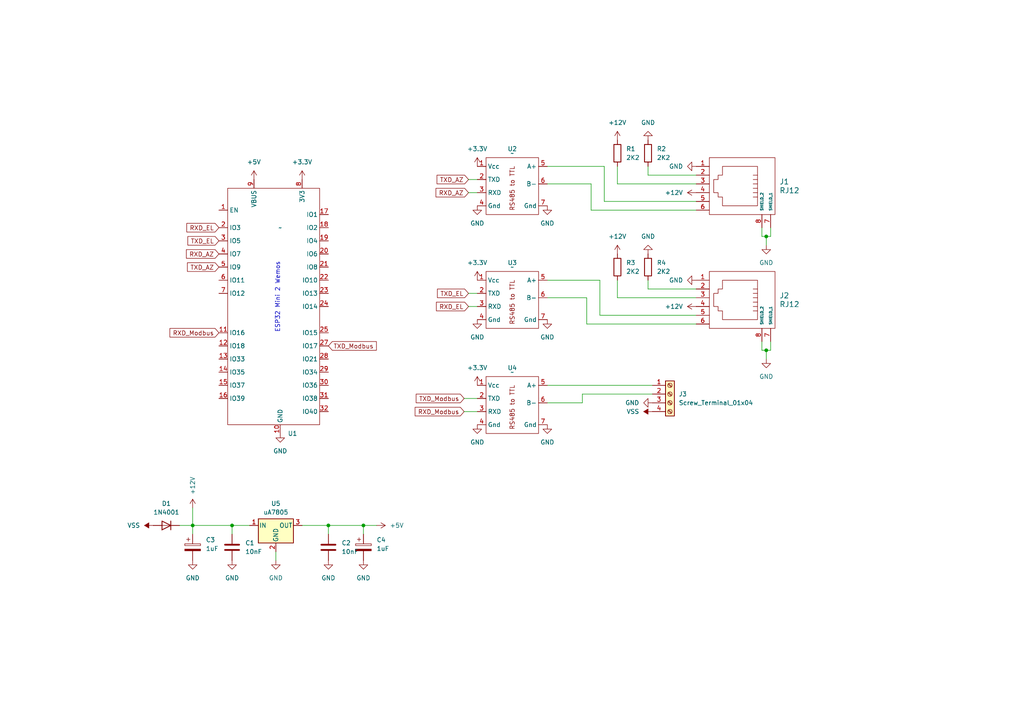
<source format=kicad_sch>
(kicad_sch (version 20230121) (generator eeschema)

  (uuid 57334c54-0872-43e2-81eb-d528c776057c)

  (paper "A4")

  (title_block
    (title "EA3HMJ Modbus to USdigital A2 interface EA3HMJ/ON4BCB")
  )

  (lib_symbols
    (symbol "Connector:Screw_Terminal_01x04" (pin_names (offset 1.016) hide) (in_bom yes) (on_board yes)
      (property "Reference" "J" (at 0 5.08 0)
        (effects (font (size 1.27 1.27)))
      )
      (property "Value" "Screw_Terminal_01x04" (at 0 -7.62 0)
        (effects (font (size 1.27 1.27)))
      )
      (property "Footprint" "" (at 0 0 0)
        (effects (font (size 1.27 1.27)) hide)
      )
      (property "Datasheet" "~" (at 0 0 0)
        (effects (font (size 1.27 1.27)) hide)
      )
      (property "ki_keywords" "screw terminal" (at 0 0 0)
        (effects (font (size 1.27 1.27)) hide)
      )
      (property "ki_description" "Generic screw terminal, single row, 01x04, script generated (kicad-library-utils/schlib/autogen/connector/)" (at 0 0 0)
        (effects (font (size 1.27 1.27)) hide)
      )
      (property "ki_fp_filters" "TerminalBlock*:*" (at 0 0 0)
        (effects (font (size 1.27 1.27)) hide)
      )
      (symbol "Screw_Terminal_01x04_1_1"
        (rectangle (start -1.27 3.81) (end 1.27 -6.35)
          (stroke (width 0.254) (type default))
          (fill (type background))
        )
        (circle (center 0 -5.08) (radius 0.635)
          (stroke (width 0.1524) (type default))
          (fill (type none))
        )
        (circle (center 0 -2.54) (radius 0.635)
          (stroke (width 0.1524) (type default))
          (fill (type none))
        )
        (polyline
          (pts
            (xy -0.5334 -4.7498)
            (xy 0.3302 -5.588)
          )
          (stroke (width 0.1524) (type default))
          (fill (type none))
        )
        (polyline
          (pts
            (xy -0.5334 -2.2098)
            (xy 0.3302 -3.048)
          )
          (stroke (width 0.1524) (type default))
          (fill (type none))
        )
        (polyline
          (pts
            (xy -0.5334 0.3302)
            (xy 0.3302 -0.508)
          )
          (stroke (width 0.1524) (type default))
          (fill (type none))
        )
        (polyline
          (pts
            (xy -0.5334 2.8702)
            (xy 0.3302 2.032)
          )
          (stroke (width 0.1524) (type default))
          (fill (type none))
        )
        (polyline
          (pts
            (xy -0.3556 -4.572)
            (xy 0.508 -5.4102)
          )
          (stroke (width 0.1524) (type default))
          (fill (type none))
        )
        (polyline
          (pts
            (xy -0.3556 -2.032)
            (xy 0.508 -2.8702)
          )
          (stroke (width 0.1524) (type default))
          (fill (type none))
        )
        (polyline
          (pts
            (xy -0.3556 0.508)
            (xy 0.508 -0.3302)
          )
          (stroke (width 0.1524) (type default))
          (fill (type none))
        )
        (polyline
          (pts
            (xy -0.3556 3.048)
            (xy 0.508 2.2098)
          )
          (stroke (width 0.1524) (type default))
          (fill (type none))
        )
        (circle (center 0 0) (radius 0.635)
          (stroke (width 0.1524) (type default))
          (fill (type none))
        )
        (circle (center 0 2.54) (radius 0.635)
          (stroke (width 0.1524) (type default))
          (fill (type none))
        )
        (pin passive line (at -5.08 2.54 0) (length 3.81)
          (name "Pin_1" (effects (font (size 1.27 1.27))))
          (number "1" (effects (font (size 1.27 1.27))))
        )
        (pin passive line (at -5.08 0 0) (length 3.81)
          (name "Pin_2" (effects (font (size 1.27 1.27))))
          (number "2" (effects (font (size 1.27 1.27))))
        )
        (pin passive line (at -5.08 -2.54 0) (length 3.81)
          (name "Pin_3" (effects (font (size 1.27 1.27))))
          (number "3" (effects (font (size 1.27 1.27))))
        )
        (pin passive line (at -5.08 -5.08 0) (length 3.81)
          (name "Pin_4" (effects (font (size 1.27 1.27))))
          (number "4" (effects (font (size 1.27 1.27))))
        )
      )
    )
    (symbol "Device:C" (pin_numbers hide) (pin_names (offset 0.254)) (in_bom yes) (on_board yes)
      (property "Reference" "C" (at 0.635 2.54 0)
        (effects (font (size 1.27 1.27)) (justify left))
      )
      (property "Value" "C" (at 0.635 -2.54 0)
        (effects (font (size 1.27 1.27)) (justify left))
      )
      (property "Footprint" "" (at 0.9652 -3.81 0)
        (effects (font (size 1.27 1.27)) hide)
      )
      (property "Datasheet" "~" (at 0 0 0)
        (effects (font (size 1.27 1.27)) hide)
      )
      (property "ki_keywords" "cap capacitor" (at 0 0 0)
        (effects (font (size 1.27 1.27)) hide)
      )
      (property "ki_description" "Unpolarized capacitor" (at 0 0 0)
        (effects (font (size 1.27 1.27)) hide)
      )
      (property "ki_fp_filters" "C_*" (at 0 0 0)
        (effects (font (size 1.27 1.27)) hide)
      )
      (symbol "C_0_1"
        (polyline
          (pts
            (xy -2.032 -0.762)
            (xy 2.032 -0.762)
          )
          (stroke (width 0.508) (type default))
          (fill (type none))
        )
        (polyline
          (pts
            (xy -2.032 0.762)
            (xy 2.032 0.762)
          )
          (stroke (width 0.508) (type default))
          (fill (type none))
        )
      )
      (symbol "C_1_1"
        (pin passive line (at 0 3.81 270) (length 2.794)
          (name "~" (effects (font (size 1.27 1.27))))
          (number "1" (effects (font (size 1.27 1.27))))
        )
        (pin passive line (at 0 -3.81 90) (length 2.794)
          (name "~" (effects (font (size 1.27 1.27))))
          (number "2" (effects (font (size 1.27 1.27))))
        )
      )
    )
    (symbol "Device:C_Polarized" (pin_numbers hide) (pin_names (offset 0.254)) (in_bom yes) (on_board yes)
      (property "Reference" "C" (at 0.635 2.54 0)
        (effects (font (size 1.27 1.27)) (justify left))
      )
      (property "Value" "C_Polarized" (at 0.635 -2.54 0)
        (effects (font (size 1.27 1.27)) (justify left))
      )
      (property "Footprint" "" (at 0.9652 -3.81 0)
        (effects (font (size 1.27 1.27)) hide)
      )
      (property "Datasheet" "~" (at 0 0 0)
        (effects (font (size 1.27 1.27)) hide)
      )
      (property "ki_keywords" "cap capacitor" (at 0 0 0)
        (effects (font (size 1.27 1.27)) hide)
      )
      (property "ki_description" "Polarized capacitor" (at 0 0 0)
        (effects (font (size 1.27 1.27)) hide)
      )
      (property "ki_fp_filters" "CP_*" (at 0 0 0)
        (effects (font (size 1.27 1.27)) hide)
      )
      (symbol "C_Polarized_0_1"
        (rectangle (start -2.286 0.508) (end 2.286 1.016)
          (stroke (width 0) (type default))
          (fill (type none))
        )
        (polyline
          (pts
            (xy -1.778 2.286)
            (xy -0.762 2.286)
          )
          (stroke (width 0) (type default))
          (fill (type none))
        )
        (polyline
          (pts
            (xy -1.27 2.794)
            (xy -1.27 1.778)
          )
          (stroke (width 0) (type default))
          (fill (type none))
        )
        (rectangle (start 2.286 -0.508) (end -2.286 -1.016)
          (stroke (width 0) (type default))
          (fill (type outline))
        )
      )
      (symbol "C_Polarized_1_1"
        (pin passive line (at 0 3.81 270) (length 2.794)
          (name "~" (effects (font (size 1.27 1.27))))
          (number "1" (effects (font (size 1.27 1.27))))
        )
        (pin passive line (at 0 -3.81 90) (length 2.794)
          (name "~" (effects (font (size 1.27 1.27))))
          (number "2" (effects (font (size 1.27 1.27))))
        )
      )
    )
    (symbol "Device:R" (pin_numbers hide) (pin_names (offset 0)) (in_bom yes) (on_board yes)
      (property "Reference" "R" (at 2.032 0 90)
        (effects (font (size 1.27 1.27)))
      )
      (property "Value" "R" (at 0 0 90)
        (effects (font (size 1.27 1.27)))
      )
      (property "Footprint" "" (at -1.778 0 90)
        (effects (font (size 1.27 1.27)) hide)
      )
      (property "Datasheet" "~" (at 0 0 0)
        (effects (font (size 1.27 1.27)) hide)
      )
      (property "ki_keywords" "R res resistor" (at 0 0 0)
        (effects (font (size 1.27 1.27)) hide)
      )
      (property "ki_description" "Resistor" (at 0 0 0)
        (effects (font (size 1.27 1.27)) hide)
      )
      (property "ki_fp_filters" "R_*" (at 0 0 0)
        (effects (font (size 1.27 1.27)) hide)
      )
      (symbol "R_0_1"
        (rectangle (start -1.016 -2.54) (end 1.016 2.54)
          (stroke (width 0.254) (type default))
          (fill (type none))
        )
      )
      (symbol "R_1_1"
        (pin passive line (at 0 3.81 270) (length 1.27)
          (name "~" (effects (font (size 1.27 1.27))))
          (number "1" (effects (font (size 1.27 1.27))))
        )
        (pin passive line (at 0 -3.81 90) (length 1.27)
          (name "~" (effects (font (size 1.27 1.27))))
          (number "2" (effects (font (size 1.27 1.27))))
        )
      )
    )
    (symbol "Diode:1N4001" (pin_numbers hide) (pin_names hide) (in_bom yes) (on_board yes)
      (property "Reference" "D" (at 0 2.54 0)
        (effects (font (size 1.27 1.27)))
      )
      (property "Value" "1N4001" (at 0 -2.54 0)
        (effects (font (size 1.27 1.27)))
      )
      (property "Footprint" "Diode_THT:D_DO-41_SOD81_P10.16mm_Horizontal" (at 0 0 0)
        (effects (font (size 1.27 1.27)) hide)
      )
      (property "Datasheet" "http://www.vishay.com/docs/88503/1n4001.pdf" (at 0 0 0)
        (effects (font (size 1.27 1.27)) hide)
      )
      (property "Sim.Device" "D" (at 0 0 0)
        (effects (font (size 1.27 1.27)) hide)
      )
      (property "Sim.Pins" "1=K 2=A" (at 0 0 0)
        (effects (font (size 1.27 1.27)) hide)
      )
      (property "ki_keywords" "diode" (at 0 0 0)
        (effects (font (size 1.27 1.27)) hide)
      )
      (property "ki_description" "50V 1A General Purpose Rectifier Diode, DO-41" (at 0 0 0)
        (effects (font (size 1.27 1.27)) hide)
      )
      (property "ki_fp_filters" "D*DO?41*" (at 0 0 0)
        (effects (font (size 1.27 1.27)) hide)
      )
      (symbol "1N4001_0_1"
        (polyline
          (pts
            (xy -1.27 1.27)
            (xy -1.27 -1.27)
          )
          (stroke (width 0.254) (type default))
          (fill (type none))
        )
        (polyline
          (pts
            (xy 1.27 0)
            (xy -1.27 0)
          )
          (stroke (width 0) (type default))
          (fill (type none))
        )
        (polyline
          (pts
            (xy 1.27 1.27)
            (xy 1.27 -1.27)
            (xy -1.27 0)
            (xy 1.27 1.27)
          )
          (stroke (width 0.254) (type default))
          (fill (type none))
        )
      )
      (symbol "1N4001_1_1"
        (pin passive line (at -3.81 0 0) (length 2.54)
          (name "K" (effects (font (size 1.27 1.27))))
          (number "1" (effects (font (size 1.27 1.27))))
        )
        (pin passive line (at 3.81 0 180) (length 2.54)
          (name "A" (effects (font (size 1.27 1.27))))
          (number "2" (effects (font (size 1.27 1.27))))
        )
      )
    )
    (symbol "Regulator_Linear:uA7805" (pin_names (offset 0.254)) (in_bom yes) (on_board yes)
      (property "Reference" "U" (at -3.81 3.175 0)
        (effects (font (size 1.27 1.27)))
      )
      (property "Value" "uA7805" (at 0 3.175 0)
        (effects (font (size 1.27 1.27)) (justify left))
      )
      (property "Footprint" "" (at 0.635 -3.81 0)
        (effects (font (size 1.27 1.27) italic) (justify left) hide)
      )
      (property "Datasheet" "http://www.ti.com/lit/ds/symlink/ua78.pdf" (at 0 -1.27 0)
        (effects (font (size 1.27 1.27)) hide)
      )
      (property "ki_keywords" "Voltage Regulator 1A Positive" (at 0 0 0)
        (effects (font (size 1.27 1.27)) hide)
      )
      (property "ki_description" "Positive 1A 35V Linear Regulator, Fixed Output 5V, TO-220/TO-263" (at 0 0 0)
        (effects (font (size 1.27 1.27)) hide)
      )
      (property "ki_fp_filters" "TO?263* TO?220*" (at 0 0 0)
        (effects (font (size 1.27 1.27)) hide)
      )
      (symbol "uA7805_0_1"
        (rectangle (start -5.08 1.905) (end 5.08 -5.08)
          (stroke (width 0.254) (type default))
          (fill (type background))
        )
      )
      (symbol "uA7805_1_1"
        (pin power_in line (at -7.62 0 0) (length 2.54)
          (name "IN" (effects (font (size 1.27 1.27))))
          (number "1" (effects (font (size 1.27 1.27))))
        )
        (pin power_in line (at 0 -7.62 90) (length 2.54)
          (name "GND" (effects (font (size 1.27 1.27))))
          (number "2" (effects (font (size 1.27 1.27))))
        )
        (pin power_out line (at 7.62 0 180) (length 2.54)
          (name "OUT" (effects (font (size 1.27 1.27))))
          (number "3" (effects (font (size 1.27 1.27))))
        )
      )
    )
    (symbol "Walter's:RJ12" (pin_names (offset 1.016)) (in_bom yes) (on_board yes)
      (property "Reference" "J" (at 5.08 12.7 0)
        (effects (font (size 1.524 1.524)))
      )
      (property "Value" "RJ12" (at -3.81 12.7 0)
        (effects (font (size 1.524 1.524)))
      )
      (property "Footprint" "" (at 0 0 0)
        (effects (font (size 1.524 1.524)))
      )
      (property "Datasheet" "" (at 0 0 0)
        (effects (font (size 1.524 1.524)))
      )
      (symbol "RJ12_0_1"
        (polyline
          (pts
            (xy -2.54 6.35)
            (xy -2.54 5.08)
            (xy -2.54 5.08)
          )
          (stroke (width 0) (type solid))
          (fill (type none))
        )
        (polyline
          (pts
            (xy -1.27 6.35)
            (xy -1.27 5.08)
            (xy -1.27 5.08)
          )
          (stroke (width 0) (type solid))
          (fill (type none))
        )
        (polyline
          (pts
            (xy 0 6.35)
            (xy 0 5.08)
            (xy 0 5.08)
          )
          (stroke (width 0) (type solid))
          (fill (type none))
        )
        (polyline
          (pts
            (xy 1.27 6.35)
            (xy 1.27 5.08)
            (xy 1.27 5.08)
          )
          (stroke (width 0) (type solid))
          (fill (type none))
        )
        (polyline
          (pts
            (xy 2.54 6.35)
            (xy 2.54 5.08)
            (xy 2.54 5.08)
          )
          (stroke (width 0) (type solid))
          (fill (type none))
        )
        (polyline
          (pts
            (xy 3.81 5.08)
            (xy 3.81 6.35)
            (xy 3.81 6.35)
          )
          (stroke (width 0) (type solid))
          (fill (type none))
        )
        (polyline
          (pts
            (xy -5.08 6.35)
            (xy 6.35 6.35)
            (xy 6.35 -3.81)
            (xy 3.81 -3.81)
            (xy 3.81 -5.08)
            (xy 2.54 -5.08)
            (xy 2.54 -6.35)
            (xy -1.27 -6.35)
            (xy -1.27 -5.08)
            (xy -2.54 -5.08)
            (xy -2.54 -3.81)
            (xy -5.08 -3.81)
            (xy -5.08 6.35)
            (xy -5.08 6.35)
          )
          (stroke (width 0) (type solid))
          (fill (type none))
        )
        (rectangle (start 8.89 -7.62) (end -7.62 11.43)
          (stroke (width 0) (type solid))
          (fill (type none))
        )
      )
      (symbol "RJ12_1_1"
        (pin passive line (at -5.08 -11.43 90) (length 3.81)
          (name "~" (effects (font (size 1.27 1.27))))
          (number "1" (effects (font (size 1.27 1.27))))
        )
        (pin passive line (at -2.54 -11.43 90) (length 3.81)
          (name "~" (effects (font (size 1.27 1.27))))
          (number "2" (effects (font (size 1.27 1.27))))
        )
        (pin passive line (at 0 -11.43 90) (length 3.81)
          (name "~" (effects (font (size 1.27 1.27))))
          (number "3" (effects (font (size 1.27 1.27))))
        )
        (pin passive line (at 2.54 -11.43 90) (length 3.81)
          (name "~" (effects (font (size 1.27 1.27))))
          (number "4" (effects (font (size 1.27 1.27))))
        )
        (pin passive line (at 5.08 -11.43 90) (length 3.81)
          (name "~" (effects (font (size 1.27 1.27))))
          (number "5" (effects (font (size 1.27 1.27))))
        )
        (pin passive line (at 7.62 -11.43 90) (length 3.81)
          (name "~" (effects (font (size 1.27 1.27))))
          (number "6" (effects (font (size 1.27 1.27))))
        )
        (pin passive line (at 12.7 10.16 180) (length 3.81)
          (name "SHIELD_1" (effects (font (size 0.762 0.762))))
          (number "7" (effects (font (size 1.27 1.27))))
        )
        (pin passive line (at 12.7 7.62 180) (length 3.81)
          (name "SHIELD_2" (effects (font (size 0.762 0.762))))
          (number "8" (effects (font (size 1.27 1.27))))
        )
      )
    )
    (symbol "Walter's:RS485_to_TTL" (in_bom yes) (on_board yes)
      (property "Reference" "U" (at 0 0 0)
        (effects (font (size 1.27 1.27)))
      )
      (property "Value" "" (at 0 0 0)
        (effects (font (size 1.27 1.27)))
      )
      (property "Footprint" "" (at 0 0 0)
        (effects (font (size 1.27 1.27)) hide)
      )
      (property "Datasheet" "" (at 0 0 0)
        (effects (font (size 1.27 1.27)) hide)
      )
      (symbol "RS485_to_TTL_0_1"
        (rectangle (start -7.62 -1.27) (end 7.62 -17.78)
          (stroke (width 0) (type default))
          (fill (type none))
        )
      )
      (symbol "RS485_to_TTL_1_1"
        (text "RS485 to TTL" (at 0 -10.16 900)
          (effects (font (size 1.27 1.27)))
        )
        (pin power_in line (at -10.16 -3.81 0) (length 2.54)
          (name "Vcc" (effects (font (size 1.27 1.27))))
          (number "1" (effects (font (size 1.27 1.27))))
        )
        (pin input line (at -10.16 -7.62 0) (length 2.54)
          (name "TXD" (effects (font (size 1.27 1.27))))
          (number "2" (effects (font (size 1.27 1.27))))
        )
        (pin output line (at -10.16 -11.43 0) (length 2.54)
          (name "RXD" (effects (font (size 1.27 1.27))))
          (number "3" (effects (font (size 1.27 1.27))))
        )
        (pin power_out line (at -10.16 -15.24 0) (length 2.54)
          (name "Gnd" (effects (font (size 1.27 1.27))))
          (number "4" (effects (font (size 1.27 1.27))))
        )
        (pin bidirectional line (at 10.16 -3.81 180) (length 2.54)
          (name "A+" (effects (font (size 1.27 1.27))))
          (number "5" (effects (font (size 1.27 1.27))))
        )
        (pin bidirectional line (at 10.16 -8.89 180) (length 2.54)
          (name "B-" (effects (font (size 1.27 1.27))))
          (number "6" (effects (font (size 1.27 1.27))))
        )
        (pin power_out line (at 10.16 -15.24 180) (length 2.54)
          (name "Gnd" (effects (font (size 1.27 1.27))))
          (number "7" (effects (font (size 1.27 1.27))))
        )
      )
    )
    (symbol "Walter's:WEMOS_S2_mini" (in_bom yes) (on_board yes)
      (property "Reference" "U" (at 0 24.13 0)
        (effects (font (size 1.27 1.27)))
      )
      (property "Value" "" (at 0 24.13 0)
        (effects (font (size 1.27 1.27)))
      )
      (property "Footprint" "" (at 0 24.13 0)
        (effects (font (size 1.27 1.27)) hide)
      )
      (property "Datasheet" "" (at 0 24.13 0)
        (effects (font (size 1.27 1.27)) hide)
      )
      (symbol "WEMOS_S2_mini_0_1"
        (rectangle (start -15.24 35.56) (end 11.43 -33.02)
          (stroke (width 0) (type default))
          (fill (type none))
        )
      )
      (symbol "WEMOS_S2_mini_1_1"
        (pin tri_state line (at -17.78 29.21 0) (length 2.54)
          (name "EN" (effects (font (size 1.27 1.27))))
          (number "1" (effects (font (size 1.27 1.27))))
        )
        (pin input line (at 0 -35.56 90) (length 2.54)
          (name "GND" (effects (font (size 1.27 1.27))))
          (number "10" (effects (font (size 1.27 1.27))))
        )
        (pin tri_state line (at -17.78 -6.35 0) (length 2.54)
          (name "IO16" (effects (font (size 1.27 1.27))))
          (number "11" (effects (font (size 1.27 1.27))))
        )
        (pin tri_state line (at -17.78 -10.16 0) (length 2.54)
          (name "IO18" (effects (font (size 1.27 1.27))))
          (number "12" (effects (font (size 1.27 1.27))))
        )
        (pin tri_state line (at -17.78 -13.97 0) (length 2.54)
          (name "IO33" (effects (font (size 1.27 1.27))))
          (number "13" (effects (font (size 1.27 1.27))))
        )
        (pin tri_state line (at -17.78 -17.78 0) (length 2.54)
          (name "IO35" (effects (font (size 1.27 1.27))))
          (number "14" (effects (font (size 1.27 1.27))))
        )
        (pin tri_state line (at -17.78 -21.59 0) (length 2.54)
          (name "IO37" (effects (font (size 1.27 1.27))))
          (number "15" (effects (font (size 1.27 1.27))))
        )
        (pin tri_state line (at -17.78 -25.4 0) (length 2.54)
          (name "IO39" (effects (font (size 1.27 1.27))))
          (number "16" (effects (font (size 1.27 1.27))))
        )
        (pin tri_state line (at 13.97 27.94 180) (length 2.54)
          (name "IO1" (effects (font (size 1.27 1.27))))
          (number "17" (effects (font (size 1.27 1.27))))
        )
        (pin tri_state line (at 13.97 24.13 180) (length 2.54)
          (name "IO2" (effects (font (size 1.27 1.27))))
          (number "18" (effects (font (size 1.27 1.27))))
        )
        (pin tri_state line (at 13.97 20.32 180) (length 2.54)
          (name "IO4" (effects (font (size 1.27 1.27))))
          (number "19" (effects (font (size 1.27 1.27))))
        )
        (pin tri_state line (at -17.78 24.13 0) (length 2.54)
          (name "IO3" (effects (font (size 1.27 1.27))))
          (number "2" (effects (font (size 1.27 1.27))))
        )
        (pin tri_state line (at 13.97 16.51 180) (length 2.54)
          (name "IO6" (effects (font (size 1.27 1.27))))
          (number "20" (effects (font (size 1.27 1.27))))
        )
        (pin tri_state line (at 13.97 12.7 180) (length 2.54)
          (name "IO8" (effects (font (size 1.27 1.27))))
          (number "21" (effects (font (size 1.27 1.27))))
        )
        (pin tri_state line (at 13.97 8.89 180) (length 2.54)
          (name "IO10" (effects (font (size 1.27 1.27))))
          (number "22" (effects (font (size 1.27 1.27))))
        )
        (pin tri_state line (at 13.97 5.08 180) (length 2.54)
          (name "IO13" (effects (font (size 1.27 1.27))))
          (number "23" (effects (font (size 1.27 1.27))))
        )
        (pin tri_state line (at 13.97 1.27 180) (length 2.54)
          (name "IO14" (effects (font (size 1.27 1.27))))
          (number "24" (effects (font (size 1.27 1.27))))
        )
        (pin tri_state line (at 13.97 -6.35 180) (length 2.54)
          (name "IO15" (effects (font (size 1.27 1.27))))
          (number "25" (effects (font (size 1.27 1.27))))
        )
        (pin tri_state line (at 13.97 -10.16 180) (length 2.54)
          (name "IO17" (effects (font (size 1.27 1.27))))
          (number "27" (effects (font (size 1.27 1.27))))
        )
        (pin tri_state line (at 13.97 -13.97 180) (length 2.54)
          (name "IO21" (effects (font (size 1.27 1.27))))
          (number "28" (effects (font (size 1.27 1.27))))
        )
        (pin tri_state line (at 13.97 -17.78 180) (length 2.54)
          (name "IO34" (effects (font (size 1.27 1.27))))
          (number "29" (effects (font (size 1.27 1.27))))
        )
        (pin tri_state line (at -17.78 20.32 0) (length 2.54)
          (name "IO5" (effects (font (size 1.27 1.27))))
          (number "3" (effects (font (size 1.27 1.27))))
        )
        (pin tri_state line (at 13.97 -21.59 180) (length 2.54)
          (name "IO36" (effects (font (size 1.27 1.27))))
          (number "30" (effects (font (size 1.27 1.27))))
        )
        (pin tri_state line (at 13.97 -25.4 180) (length 2.54)
          (name "IO38" (effects (font (size 1.27 1.27))))
          (number "31" (effects (font (size 1.27 1.27))))
        )
        (pin tri_state line (at 13.97 -29.21 180) (length 2.54)
          (name "IO40" (effects (font (size 1.27 1.27))))
          (number "32" (effects (font (size 1.27 1.27))))
        )
        (pin tri_state line (at -17.78 16.51 0) (length 2.54)
          (name "IO7" (effects (font (size 1.27 1.27))))
          (number "4" (effects (font (size 1.27 1.27))))
        )
        (pin tri_state line (at -17.78 12.7 0) (length 2.54)
          (name "IO9" (effects (font (size 1.27 1.27))))
          (number "5" (effects (font (size 1.27 1.27))))
        )
        (pin tri_state line (at -17.78 8.89 0) (length 2.54)
          (name "IO11" (effects (font (size 1.27 1.27))))
          (number "6" (effects (font (size 1.27 1.27))))
        )
        (pin tri_state line (at -17.78 5.08 0) (length 2.54)
          (name "IO12" (effects (font (size 1.27 1.27))))
          (number "7" (effects (font (size 1.27 1.27))))
        )
        (pin power_out line (at 6.35 38.1 270) (length 2.54)
          (name "3V3" (effects (font (size 1.27 1.27))))
          (number "8" (effects (font (size 1.27 1.27))))
        )
        (pin power_out line (at -7.62 38.1 270) (length 2.54)
          (name "VBUS" (effects (font (size 1.27 1.27))))
          (number "9" (effects (font (size 1.27 1.27))))
        )
      )
    )
    (symbol "power:+12V" (power) (pin_names (offset 0)) (in_bom yes) (on_board yes)
      (property "Reference" "#PWR" (at 0 -3.81 0)
        (effects (font (size 1.27 1.27)) hide)
      )
      (property "Value" "+12V" (at 0 3.556 0)
        (effects (font (size 1.27 1.27)))
      )
      (property "Footprint" "" (at 0 0 0)
        (effects (font (size 1.27 1.27)) hide)
      )
      (property "Datasheet" "" (at 0 0 0)
        (effects (font (size 1.27 1.27)) hide)
      )
      (property "ki_keywords" "global power" (at 0 0 0)
        (effects (font (size 1.27 1.27)) hide)
      )
      (property "ki_description" "Power symbol creates a global label with name \"+12V\"" (at 0 0 0)
        (effects (font (size 1.27 1.27)) hide)
      )
      (symbol "+12V_0_1"
        (polyline
          (pts
            (xy -0.762 1.27)
            (xy 0 2.54)
          )
          (stroke (width 0) (type default))
          (fill (type none))
        )
        (polyline
          (pts
            (xy 0 0)
            (xy 0 2.54)
          )
          (stroke (width 0) (type default))
          (fill (type none))
        )
        (polyline
          (pts
            (xy 0 2.54)
            (xy 0.762 1.27)
          )
          (stroke (width 0) (type default))
          (fill (type none))
        )
      )
      (symbol "+12V_1_1"
        (pin power_in line (at 0 0 90) (length 0) hide
          (name "+12V" (effects (font (size 1.27 1.27))))
          (number "1" (effects (font (size 1.27 1.27))))
        )
      )
    )
    (symbol "power:+3.3V" (power) (pin_names (offset 0)) (in_bom yes) (on_board yes)
      (property "Reference" "#PWR" (at 0 -3.81 0)
        (effects (font (size 1.27 1.27)) hide)
      )
      (property "Value" "+3.3V" (at 0 3.556 0)
        (effects (font (size 1.27 1.27)))
      )
      (property "Footprint" "" (at 0 0 0)
        (effects (font (size 1.27 1.27)) hide)
      )
      (property "Datasheet" "" (at 0 0 0)
        (effects (font (size 1.27 1.27)) hide)
      )
      (property "ki_keywords" "global power" (at 0 0 0)
        (effects (font (size 1.27 1.27)) hide)
      )
      (property "ki_description" "Power symbol creates a global label with name \"+3.3V\"" (at 0 0 0)
        (effects (font (size 1.27 1.27)) hide)
      )
      (symbol "+3.3V_0_1"
        (polyline
          (pts
            (xy -0.762 1.27)
            (xy 0 2.54)
          )
          (stroke (width 0) (type default))
          (fill (type none))
        )
        (polyline
          (pts
            (xy 0 0)
            (xy 0 2.54)
          )
          (stroke (width 0) (type default))
          (fill (type none))
        )
        (polyline
          (pts
            (xy 0 2.54)
            (xy 0.762 1.27)
          )
          (stroke (width 0) (type default))
          (fill (type none))
        )
      )
      (symbol "+3.3V_1_1"
        (pin power_in line (at 0 0 90) (length 0) hide
          (name "+3.3V" (effects (font (size 1.27 1.27))))
          (number "1" (effects (font (size 1.27 1.27))))
        )
      )
    )
    (symbol "power:+5V" (power) (pin_names (offset 0)) (in_bom yes) (on_board yes)
      (property "Reference" "#PWR" (at 0 -3.81 0)
        (effects (font (size 1.27 1.27)) hide)
      )
      (property "Value" "+5V" (at 0 3.556 0)
        (effects (font (size 1.27 1.27)))
      )
      (property "Footprint" "" (at 0 0 0)
        (effects (font (size 1.27 1.27)) hide)
      )
      (property "Datasheet" "" (at 0 0 0)
        (effects (font (size 1.27 1.27)) hide)
      )
      (property "ki_keywords" "global power" (at 0 0 0)
        (effects (font (size 1.27 1.27)) hide)
      )
      (property "ki_description" "Power symbol creates a global label with name \"+5V\"" (at 0 0 0)
        (effects (font (size 1.27 1.27)) hide)
      )
      (symbol "+5V_0_1"
        (polyline
          (pts
            (xy -0.762 1.27)
            (xy 0 2.54)
          )
          (stroke (width 0) (type default))
          (fill (type none))
        )
        (polyline
          (pts
            (xy 0 0)
            (xy 0 2.54)
          )
          (stroke (width 0) (type default))
          (fill (type none))
        )
        (polyline
          (pts
            (xy 0 2.54)
            (xy 0.762 1.27)
          )
          (stroke (width 0) (type default))
          (fill (type none))
        )
      )
      (symbol "+5V_1_1"
        (pin power_in line (at 0 0 90) (length 0) hide
          (name "+5V" (effects (font (size 1.27 1.27))))
          (number "1" (effects (font (size 1.27 1.27))))
        )
      )
    )
    (symbol "power:GND" (power) (pin_names (offset 0)) (in_bom yes) (on_board yes)
      (property "Reference" "#PWR" (at 0 -6.35 0)
        (effects (font (size 1.27 1.27)) hide)
      )
      (property "Value" "GND" (at 0 -3.81 0)
        (effects (font (size 1.27 1.27)))
      )
      (property "Footprint" "" (at 0 0 0)
        (effects (font (size 1.27 1.27)) hide)
      )
      (property "Datasheet" "" (at 0 0 0)
        (effects (font (size 1.27 1.27)) hide)
      )
      (property "ki_keywords" "global power" (at 0 0 0)
        (effects (font (size 1.27 1.27)) hide)
      )
      (property "ki_description" "Power symbol creates a global label with name \"GND\" , ground" (at 0 0 0)
        (effects (font (size 1.27 1.27)) hide)
      )
      (symbol "GND_0_1"
        (polyline
          (pts
            (xy 0 0)
            (xy 0 -1.27)
            (xy 1.27 -1.27)
            (xy 0 -2.54)
            (xy -1.27 -1.27)
            (xy 0 -1.27)
          )
          (stroke (width 0) (type default))
          (fill (type none))
        )
      )
      (symbol "GND_1_1"
        (pin power_in line (at 0 0 270) (length 0) hide
          (name "GND" (effects (font (size 1.27 1.27))))
          (number "1" (effects (font (size 1.27 1.27))))
        )
      )
    )
    (symbol "power:VSS" (power) (pin_names (offset 0)) (in_bom yes) (on_board yes)
      (property "Reference" "#PWR" (at 0 -3.81 0)
        (effects (font (size 1.27 1.27)) hide)
      )
      (property "Value" "VSS" (at 0 3.81 0)
        (effects (font (size 1.27 1.27)))
      )
      (property "Footprint" "" (at 0 0 0)
        (effects (font (size 1.27 1.27)) hide)
      )
      (property "Datasheet" "" (at 0 0 0)
        (effects (font (size 1.27 1.27)) hide)
      )
      (property "ki_keywords" "global power" (at 0 0 0)
        (effects (font (size 1.27 1.27)) hide)
      )
      (property "ki_description" "Power symbol creates a global label with name \"VSS\"" (at 0 0 0)
        (effects (font (size 1.27 1.27)) hide)
      )
      (symbol "VSS_0_1"
        (polyline
          (pts
            (xy 0 0)
            (xy 0 2.54)
          )
          (stroke (width 0) (type default))
          (fill (type none))
        )
        (polyline
          (pts
            (xy 0.762 1.27)
            (xy -0.762 1.27)
            (xy 0 2.54)
            (xy 0.762 1.27)
          )
          (stroke (width 0) (type default))
          (fill (type outline))
        )
      )
      (symbol "VSS_1_1"
        (pin power_in line (at 0 0 90) (length 0) hide
          (name "VSS" (effects (font (size 1.27 1.27))))
          (number "1" (effects (font (size 1.27 1.27))))
        )
      )
    )
  )

  (junction (at 222.25 101.6) (diameter 0) (color 0 0 0 0)
    (uuid 1895f00e-e64f-4a95-8be1-caaff5e9130f)
  )
  (junction (at 55.88 152.4) (diameter 0) (color 0 0 0 0)
    (uuid 41b6237c-15a5-4cf2-8208-0956ced7639d)
  )
  (junction (at 222.25 68.58) (diameter 0) (color 0 0 0 0)
    (uuid 9ab0593b-5aa1-435e-aae1-12221b0cf0b1)
  )
  (junction (at 67.31 152.4) (diameter 0) (color 0 0 0 0)
    (uuid d0ae642e-521a-42a0-8b35-09635212f5ac)
  )
  (junction (at 105.41 152.4) (diameter 0) (color 0 0 0 0)
    (uuid ddb1db64-5a63-406f-86b5-630d719e045b)
  )
  (junction (at 95.25 152.4) (diameter 0) (color 0 0 0 0)
    (uuid f564d7e6-690c-474b-9951-416b3e3ace72)
  )

  (wire (pts (xy 223.52 68.58) (xy 223.52 66.04))
    (stroke (width 0) (type default))
    (uuid 0457faf7-bde0-45ed-ab1f-b47da9ab05e5)
  )
  (wire (pts (xy 134.62 119.38) (xy 138.43 119.38))
    (stroke (width 0) (type default))
    (uuid 06b5a86e-764b-4974-9687-352a55202f28)
  )
  (wire (pts (xy 135.89 85.09) (xy 138.43 85.09))
    (stroke (width 0) (type default))
    (uuid 0a2b6703-fb7b-40cb-9bda-f46bf946678e)
  )
  (wire (pts (xy 158.75 53.34) (xy 171.45 53.34))
    (stroke (width 0) (type default))
    (uuid 0bd13b3c-54e5-4b70-a39e-dcd4050183a1)
  )
  (wire (pts (xy 201.93 53.34) (xy 179.07 53.34))
    (stroke (width 0) (type default))
    (uuid 0cef190d-52c5-4a9b-9baf-2aa8a614c465)
  )
  (wire (pts (xy 173.99 81.28) (xy 173.99 91.44))
    (stroke (width 0) (type default))
    (uuid 1738de7d-7427-48d7-8c02-aec976cc0800)
  )
  (wire (pts (xy 220.98 99.06) (xy 220.98 101.6))
    (stroke (width 0) (type default))
    (uuid 1ae8ae41-26e9-462c-a446-a4d566bc5864)
  )
  (wire (pts (xy 223.52 101.6) (xy 223.52 99.06))
    (stroke (width 0) (type default))
    (uuid 1bc10178-7f98-41e0-8352-67badaea935f)
  )
  (wire (pts (xy 80.01 160.02) (xy 80.01 162.56))
    (stroke (width 0) (type default))
    (uuid 1d36ee78-ba1c-4d93-8e63-a45791e9cbfa)
  )
  (wire (pts (xy 105.41 152.4) (xy 109.22 152.4))
    (stroke (width 0) (type default))
    (uuid 1d8150cf-0e33-4c61-ac29-36a3d7b25889)
  )
  (wire (pts (xy 67.31 152.4) (xy 67.31 154.94))
    (stroke (width 0) (type default))
    (uuid 20fc49ea-fad6-4b6a-bf21-acf8de8b3825)
  )
  (wire (pts (xy 158.75 116.84) (xy 168.91 116.84))
    (stroke (width 0) (type default))
    (uuid 2387c10f-c1ac-4cec-b2ff-addfd4f6cc0a)
  )
  (wire (pts (xy 105.41 152.4) (xy 105.41 154.94))
    (stroke (width 0) (type default))
    (uuid 249248af-8efb-4b06-b171-c71baa96b3c8)
  )
  (wire (pts (xy 67.31 152.4) (xy 72.39 152.4))
    (stroke (width 0) (type default))
    (uuid 2944eedd-2ed9-40bb-8c7d-eb21dbfdd600)
  )
  (wire (pts (xy 201.93 91.44) (xy 173.99 91.44))
    (stroke (width 0) (type default))
    (uuid 29ef5477-4f5a-499e-a63e-c18bcb1407a7)
  )
  (wire (pts (xy 170.18 93.98) (xy 201.93 93.98))
    (stroke (width 0) (type default))
    (uuid 3038339c-2c11-4d5e-81e3-f06736da268d)
  )
  (wire (pts (xy 220.98 101.6) (xy 222.25 101.6))
    (stroke (width 0) (type default))
    (uuid 30d0271f-f14c-4704-be24-620ee77056d0)
  )
  (wire (pts (xy 95.25 152.4) (xy 95.25 154.94))
    (stroke (width 0) (type default))
    (uuid 462963af-5132-4ae3-9eed-0ee573afd6e3)
  )
  (wire (pts (xy 179.07 81.28) (xy 179.07 86.36))
    (stroke (width 0) (type default))
    (uuid 52398e0a-6c0a-4efa-a537-335c691c8057)
  )
  (wire (pts (xy 158.75 48.26) (xy 175.26 48.26))
    (stroke (width 0) (type default))
    (uuid 527f09a6-0990-4bd7-aea3-5feee64fb9b4)
  )
  (wire (pts (xy 168.91 114.3) (xy 189.23 114.3))
    (stroke (width 0) (type default))
    (uuid 52e9d19c-ea6b-40e7-bbe5-31441d193a2d)
  )
  (wire (pts (xy 179.07 86.36) (xy 201.93 86.36))
    (stroke (width 0) (type default))
    (uuid 5516ee13-b268-4265-9e12-e9f5c4874382)
  )
  (wire (pts (xy 135.89 55.88) (xy 138.43 55.88))
    (stroke (width 0) (type default))
    (uuid 5bb7ce5a-a2b0-4ac0-b9b9-a78a6b0c0d87)
  )
  (wire (pts (xy 55.88 147.32) (xy 55.88 152.4))
    (stroke (width 0) (type default))
    (uuid 6240c7ee-83b8-4734-9491-5bf41dbed722)
  )
  (wire (pts (xy 179.07 53.34) (xy 179.07 48.26))
    (stroke (width 0) (type default))
    (uuid 792a0122-0c90-41d1-9b3c-3f4392461b3f)
  )
  (wire (pts (xy 55.88 152.4) (xy 67.31 152.4))
    (stroke (width 0) (type default))
    (uuid 7fc0837a-463d-46c0-8622-dfb81e4b431d)
  )
  (wire (pts (xy 222.25 101.6) (xy 222.25 104.14))
    (stroke (width 0) (type default))
    (uuid 8271ffa4-51e4-42a9-8d81-7315ddeb4069)
  )
  (wire (pts (xy 158.75 86.36) (xy 170.18 86.36))
    (stroke (width 0) (type default))
    (uuid 82b077b4-1770-4d32-8fc6-840742ec87c8)
  )
  (wire (pts (xy 55.88 152.4) (xy 55.88 154.94))
    (stroke (width 0) (type default))
    (uuid 8c1eed50-3d3c-4053-ae8a-d352e92196bb)
  )
  (wire (pts (xy 222.25 68.58) (xy 222.25 71.12))
    (stroke (width 0) (type default))
    (uuid 91c29ac6-ba7a-49ec-9d3e-b869dfb5b280)
  )
  (wire (pts (xy 168.91 116.84) (xy 168.91 114.3))
    (stroke (width 0) (type default))
    (uuid 957b049e-46de-4e43-85b6-aa50594de869)
  )
  (wire (pts (xy 220.98 66.04) (xy 220.98 68.58))
    (stroke (width 0) (type default))
    (uuid a05e37b9-7434-4761-970f-7add57a84569)
  )
  (wire (pts (xy 171.45 60.96) (xy 201.93 60.96))
    (stroke (width 0) (type default))
    (uuid a2696333-54a9-4452-9f75-352cb472f3fa)
  )
  (wire (pts (xy 187.96 81.28) (xy 187.96 83.82))
    (stroke (width 0) (type default))
    (uuid a96646b5-73c8-4e9a-ba4d-13a5a5dbde50)
  )
  (wire (pts (xy 52.07 152.4) (xy 55.88 152.4))
    (stroke (width 0) (type default))
    (uuid b266caa0-7e70-416a-b5c4-c2f99860eb1d)
  )
  (wire (pts (xy 171.45 53.34) (xy 171.45 60.96))
    (stroke (width 0) (type default))
    (uuid b26ec534-a741-4237-89b5-ed7ed65390e0)
  )
  (wire (pts (xy 187.96 83.82) (xy 201.93 83.82))
    (stroke (width 0) (type default))
    (uuid b63d8144-99ec-4e0c-9c57-cb34b7519b8c)
  )
  (wire (pts (xy 175.26 58.42) (xy 201.93 58.42))
    (stroke (width 0) (type default))
    (uuid b9284338-cc9f-4ea8-bc71-7fe33176ba4c)
  )
  (wire (pts (xy 187.96 48.26) (xy 187.96 50.8))
    (stroke (width 0) (type default))
    (uuid b9e4c8f7-4ca2-4b4d-8d0f-b64234ff84dc)
  )
  (wire (pts (xy 87.63 152.4) (xy 95.25 152.4))
    (stroke (width 0) (type default))
    (uuid ba403b1f-8fa7-4fea-97c2-673c6146e3e0)
  )
  (wire (pts (xy 170.18 86.36) (xy 170.18 93.98))
    (stroke (width 0) (type default))
    (uuid c2a0ff4f-c414-4af9-987e-d488d98caa6a)
  )
  (wire (pts (xy 158.75 111.76) (xy 189.23 111.76))
    (stroke (width 0) (type default))
    (uuid cba72c09-0823-404d-a8bf-2cc9251a64d3)
  )
  (wire (pts (xy 222.25 68.58) (xy 220.98 68.58))
    (stroke (width 0) (type default))
    (uuid d1a9cfbe-b790-4844-8a6a-79c933d60d14)
  )
  (wire (pts (xy 187.96 50.8) (xy 201.93 50.8))
    (stroke (width 0) (type default))
    (uuid d4110ac1-f0ad-44e2-857c-98474289c098)
  )
  (wire (pts (xy 175.26 48.26) (xy 175.26 58.42))
    (stroke (width 0) (type default))
    (uuid d9d74dc2-9c6d-448f-8483-0839b2c98a59)
  )
  (wire (pts (xy 158.75 81.28) (xy 173.99 81.28))
    (stroke (width 0) (type default))
    (uuid e1f65fc3-7d32-4eed-849f-ca99a6fe9b0f)
  )
  (wire (pts (xy 134.62 115.57) (xy 138.43 115.57))
    (stroke (width 0) (type default))
    (uuid e3ddaf9f-525d-4485-af24-5a01f3b11122)
  )
  (wire (pts (xy 95.25 152.4) (xy 105.41 152.4))
    (stroke (width 0) (type default))
    (uuid eb4dd295-c4f9-4a67-89c7-dbafe5cdb2f1)
  )
  (wire (pts (xy 135.89 88.9) (xy 138.43 88.9))
    (stroke (width 0) (type default))
    (uuid ec6e08f0-6259-40d0-8d2b-81fbd8a279c6)
  )
  (wire (pts (xy 135.89 52.07) (xy 138.43 52.07))
    (stroke (width 0) (type default))
    (uuid f768271b-6e6d-4b60-a879-b16bcca33e8b)
  )
  (wire (pts (xy 222.25 68.58) (xy 223.52 68.58))
    (stroke (width 0) (type default))
    (uuid fde23c05-8f2c-44bd-a73e-537a5ac07b3e)
  )
  (wire (pts (xy 222.25 101.6) (xy 223.52 101.6))
    (stroke (width 0) (type default))
    (uuid fff5c196-ed1c-4c14-b321-c1da10a56426)
  )

  (text "ESP32 Mini 2 Wemos\n" (at 81.28 96.52 90)
    (effects (font (size 1.27 1.27)) (justify left bottom))
    (uuid dbaf335d-823d-42f1-839b-d30bfaec8807)
  )

  (global_label "TXD_Modbus" (shape input) (at 95.25 100.33 0) (fields_autoplaced)
    (effects (font (size 1.27 1.27)) (justify left))
    (uuid 302c354f-7fd9-4fd9-8944-ba7048c3bc25)
    (property "Intersheetrefs" "${INTERSHEET_REFS}" (at 109.7254 100.33 0)
      (effects (font (size 1.27 1.27)) (justify left) hide)
    )
  )
  (global_label "TXD_EL" (shape input) (at 135.89 85.09 180) (fields_autoplaced)
    (effects (font (size 1.27 1.27)) (justify right))
    (uuid 310a8a3b-1679-4275-aea0-642c6e52d0fb)
    (property "Intersheetrefs" "${INTERSHEET_REFS}" (at 126.313 85.09 0)
      (effects (font (size 1.27 1.27)) (justify right) hide)
    )
  )
  (global_label "RXD_AZ" (shape input) (at 63.5 73.66 180) (fields_autoplaced)
    (effects (font (size 1.27 1.27)) (justify right))
    (uuid 312e544c-0e57-4be7-bdd0-6d6b2827bc6a)
    (property "Intersheetrefs" "${INTERSHEET_REFS}" (at 53.4996 73.66 0)
      (effects (font (size 1.27 1.27)) (justify right) hide)
    )
  )
  (global_label "RXD_AZ" (shape input) (at 135.89 55.88 180) (fields_autoplaced)
    (effects (font (size 1.27 1.27)) (justify right))
    (uuid 4e822631-eae6-4a59-83c4-b8770a26a9f0)
    (property "Intersheetrefs" "${INTERSHEET_REFS}" (at 125.8896 55.88 0)
      (effects (font (size 1.27 1.27)) (justify right) hide)
    )
  )
  (global_label "TXD_Modbus" (shape input) (at 134.62 115.57 180) (fields_autoplaced)
    (effects (font (size 1.27 1.27)) (justify right))
    (uuid 66015695-48f9-498e-8e64-bace72a33e4c)
    (property "Intersheetrefs" "${INTERSHEET_REFS}" (at 120.1446 115.57 0)
      (effects (font (size 1.27 1.27)) (justify right) hide)
    )
  )
  (global_label "RXD_Modbus" (shape input) (at 63.5 96.52 180) (fields_autoplaced)
    (effects (font (size 1.27 1.27)) (justify right))
    (uuid 79a39202-c4c3-4ac2-ae38-531447ab0525)
    (property "Intersheetrefs" "${INTERSHEET_REFS}" (at 48.7222 96.52 0)
      (effects (font (size 1.27 1.27)) (justify right) hide)
    )
  )
  (global_label "TXD_AZ" (shape input) (at 135.89 52.07 180) (fields_autoplaced)
    (effects (font (size 1.27 1.27)) (justify right))
    (uuid 79a8fc69-0e10-4dc7-88fc-16aeb3f3b3ea)
    (property "Intersheetrefs" "${INTERSHEET_REFS}" (at 126.192 52.07 0)
      (effects (font (size 1.27 1.27)) (justify right) hide)
    )
  )
  (global_label "TXD_AZ" (shape input) (at 63.5 77.47 180) (fields_autoplaced)
    (effects (font (size 1.27 1.27)) (justify right))
    (uuid 9c50dc23-361e-4845-b75a-2f6dd0b1107a)
    (property "Intersheetrefs" "${INTERSHEET_REFS}" (at 53.802 77.47 0)
      (effects (font (size 1.27 1.27)) (justify right) hide)
    )
  )
  (global_label "RXD_EL" (shape input) (at 63.5 66.04 180) (fields_autoplaced)
    (effects (font (size 1.27 1.27)) (justify right))
    (uuid b33a029c-f3c8-4ef0-84ba-a3b5fb84d877)
    (property "Intersheetrefs" "${INTERSHEET_REFS}" (at 53.6206 66.04 0)
      (effects (font (size 1.27 1.27)) (justify right) hide)
    )
  )
  (global_label "RXD_Modbus" (shape input) (at 134.62 119.38 180) (fields_autoplaced)
    (effects (font (size 1.27 1.27)) (justify right))
    (uuid c0d20b94-3f4f-42a9-8538-65b020eafacc)
    (property "Intersheetrefs" "${INTERSHEET_REFS}" (at 119.8422 119.38 0)
      (effects (font (size 1.27 1.27)) (justify right) hide)
    )
  )
  (global_label "TXD_EL" (shape input) (at 63.5 69.85 180) (fields_autoplaced)
    (effects (font (size 1.27 1.27)) (justify right))
    (uuid ca50fe52-0bac-4a57-88d0-035042e22fab)
    (property "Intersheetrefs" "${INTERSHEET_REFS}" (at 53.923 69.85 0)
      (effects (font (size 1.27 1.27)) (justify right) hide)
    )
  )
  (global_label "RXD_EL" (shape input) (at 135.89 88.9 180) (fields_autoplaced)
    (effects (font (size 1.27 1.27)) (justify right))
    (uuid d7e3802a-b8e8-4030-bb10-13d668d8a675)
    (property "Intersheetrefs" "${INTERSHEET_REFS}" (at 126.0106 88.9 0)
      (effects (font (size 1.27 1.27)) (justify right) hide)
    )
  )

  (symbol (lib_id "power:GND") (at 187.96 73.66 180) (unit 1)
    (in_bom yes) (on_board yes) (dnp no) (fields_autoplaced)
    (uuid 083e8362-35b6-4304-af24-6e79847c67d7)
    (property "Reference" "#PWR032" (at 187.96 67.31 0)
      (effects (font (size 1.27 1.27)) hide)
    )
    (property "Value" "GND" (at 187.96 68.58 0)
      (effects (font (size 1.27 1.27)))
    )
    (property "Footprint" "" (at 187.96 73.66 0)
      (effects (font (size 1.27 1.27)) hide)
    )
    (property "Datasheet" "" (at 187.96 73.66 0)
      (effects (font (size 1.27 1.27)) hide)
    )
    (pin "1" (uuid 9d02c5a4-d3d9-414c-b3c0-b2d5889772c5))
    (instances
      (project "EA3HMJ Modbus to USdigital interface"
        (path "/57334c54-0872-43e2-81eb-d528c776057c"
          (reference "#PWR032") (unit 1)
        )
      )
    )
  )

  (symbol (lib_id "power:+5V") (at 109.22 152.4 270) (unit 1)
    (in_bom yes) (on_board yes) (dnp no) (fields_autoplaced)
    (uuid 0d3348fb-cda7-4489-b3c6-af7a2f4ee24c)
    (property "Reference" "#PWR019" (at 105.41 152.4 0)
      (effects (font (size 1.27 1.27)) hide)
    )
    (property "Value" "+5V" (at 113.03 152.4 90)
      (effects (font (size 1.27 1.27)) (justify left))
    )
    (property "Footprint" "" (at 109.22 152.4 0)
      (effects (font (size 1.27 1.27)) hide)
    )
    (property "Datasheet" "" (at 109.22 152.4 0)
      (effects (font (size 1.27 1.27)) hide)
    )
    (pin "1" (uuid fb5defbd-71d5-41b3-92be-d7a951d60da8))
    (instances
      (project "EA3HMJ Modbus to USdigital interface"
        (path "/57334c54-0872-43e2-81eb-d528c776057c"
          (reference "#PWR019") (unit 1)
        )
      )
    )
  )

  (symbol (lib_id "Device:C") (at 95.25 158.75 0) (unit 1)
    (in_bom yes) (on_board yes) (dnp no) (fields_autoplaced)
    (uuid 125ec136-3102-4b25-8de0-5474dfa5b698)
    (property "Reference" "C2" (at 99.06 157.48 0)
      (effects (font (size 1.27 1.27)) (justify left))
    )
    (property "Value" "10nF" (at 99.06 160.02 0)
      (effects (font (size 1.27 1.27)) (justify left))
    )
    (property "Footprint" "Capacitor_THT:C_Disc_D3.0mm_W2.0mm_P2.50mm" (at 96.2152 162.56 0)
      (effects (font (size 1.27 1.27)) hide)
    )
    (property "Datasheet" "~" (at 95.25 158.75 0)
      (effects (font (size 1.27 1.27)) hide)
    )
    (pin "1" (uuid e2b843bf-f7ce-45d1-9001-26546bed5e0a))
    (pin "2" (uuid 4a6dad43-e160-4543-8a44-333204df3a61))
    (instances
      (project "EA3HMJ Modbus to USdigital interface"
        (path "/57334c54-0872-43e2-81eb-d528c776057c"
          (reference "C2") (unit 1)
        )
      )
    )
  )

  (symbol (lib_id "power:+3.3V") (at 138.43 111.76 0) (unit 1)
    (in_bom yes) (on_board yes) (dnp no) (fields_autoplaced)
    (uuid 17fc8710-6f92-470a-9e78-3dd25f96f494)
    (property "Reference" "#PWR010" (at 138.43 115.57 0)
      (effects (font (size 1.27 1.27)) hide)
    )
    (property "Value" "+3.3V" (at 138.43 106.68 0)
      (effects (font (size 1.27 1.27)))
    )
    (property "Footprint" "" (at 138.43 111.76 0)
      (effects (font (size 1.27 1.27)) hide)
    )
    (property "Datasheet" "" (at 138.43 111.76 0)
      (effects (font (size 1.27 1.27)) hide)
    )
    (pin "1" (uuid 9380659b-a79a-49d0-98cf-754cb0be00b6))
    (instances
      (project "EA3HMJ Modbus to USdigital interface"
        (path "/57334c54-0872-43e2-81eb-d528c776057c"
          (reference "#PWR010") (unit 1)
        )
      )
    )
  )

  (symbol (lib_id "Device:C") (at 67.31 158.75 0) (unit 1)
    (in_bom yes) (on_board yes) (dnp no)
    (uuid 1cbce535-d5c5-452f-9c99-6222c051af18)
    (property "Reference" "C1" (at 71.12 157.48 0)
      (effects (font (size 1.27 1.27)) (justify left))
    )
    (property "Value" "10nF" (at 71.12 160.02 0)
      (effects (font (size 1.27 1.27)) (justify left))
    )
    (property "Footprint" "Capacitor_THT:C_Disc_D3.0mm_W2.0mm_P2.50mm" (at 68.2752 162.56 0)
      (effects (font (size 1.27 1.27)) hide)
    )
    (property "Datasheet" "~" (at 67.31 158.75 0)
      (effects (font (size 1.27 1.27)) hide)
    )
    (pin "1" (uuid 73c60995-890f-4271-8680-b14be0bd87f2))
    (pin "2" (uuid b4aedd3b-8992-4610-a97d-3a17e82b1aa4))
    (instances
      (project "EA3HMJ Modbus to USdigital interface"
        (path "/57334c54-0872-43e2-81eb-d528c776057c"
          (reference "C1") (unit 1)
        )
      )
    )
  )

  (symbol (lib_id "power:GND") (at 222.25 104.14 0) (unit 1)
    (in_bom yes) (on_board yes) (dnp no) (fields_autoplaced)
    (uuid 23b39f4c-bf94-4f13-85b8-b53d2e9b6288)
    (property "Reference" "#PWR022" (at 222.25 110.49 0)
      (effects (font (size 1.27 1.27)) hide)
    )
    (property "Value" "GND" (at 222.25 109.22 0)
      (effects (font (size 1.27 1.27)))
    )
    (property "Footprint" "" (at 222.25 104.14 0)
      (effects (font (size 1.27 1.27)) hide)
    )
    (property "Datasheet" "" (at 222.25 104.14 0)
      (effects (font (size 1.27 1.27)) hide)
    )
    (pin "1" (uuid 57b80077-8dac-4d82-8a38-b08d3c46a9f0))
    (instances
      (project "EA3HMJ Modbus to USdigital interface"
        (path "/57334c54-0872-43e2-81eb-d528c776057c"
          (reference "#PWR022") (unit 1)
        )
      )
    )
  )

  (symbol (lib_id "power:GND") (at 138.43 59.69 0) (unit 1)
    (in_bom yes) (on_board yes) (dnp no) (fields_autoplaced)
    (uuid 27a30c04-b078-4ac3-b5b7-b79ddae4e965)
    (property "Reference" "#PWR01" (at 138.43 66.04 0)
      (effects (font (size 1.27 1.27)) hide)
    )
    (property "Value" "GND" (at 138.43 64.77 0)
      (effects (font (size 1.27 1.27)))
    )
    (property "Footprint" "" (at 138.43 59.69 0)
      (effects (font (size 1.27 1.27)) hide)
    )
    (property "Datasheet" "" (at 138.43 59.69 0)
      (effects (font (size 1.27 1.27)) hide)
    )
    (pin "1" (uuid 95919d16-96d2-4dd8-80d5-438bf075f09e))
    (instances
      (project "EA3HMJ Modbus to USdigital interface"
        (path "/57334c54-0872-43e2-81eb-d528c776057c"
          (reference "#PWR01") (unit 1)
        )
      )
    )
  )

  (symbol (lib_id "Walter's:RS485_to_TTL") (at 148.59 77.47 0) (unit 1)
    (in_bom yes) (on_board yes) (dnp no) (fields_autoplaced)
    (uuid 2bc13a2b-d39f-413f-b067-82df4abb29a7)
    (property "Reference" "U3" (at 148.59 76.2 0)
      (effects (font (size 1.27 1.27)))
    )
    (property "Value" "~" (at 148.59 77.47 0)
      (effects (font (size 1.27 1.27)))
    )
    (property "Footprint" "Walter:RS485 to TTL" (at 148.59 77.47 0)
      (effects (font (size 1.27 1.27)) hide)
    )
    (property "Datasheet" "" (at 148.59 77.47 0)
      (effects (font (size 1.27 1.27)) hide)
    )
    (pin "1" (uuid ec26dfb0-42e8-4066-89a6-6ef28dd8d4eb))
    (pin "2" (uuid 8074acd5-6fe4-493a-bf2e-df2ab10e2921))
    (pin "3" (uuid 79aeaa35-1d5a-482c-8a1b-565e7d5f67df))
    (pin "4" (uuid cb3465a7-3cd4-4d90-95d0-3d56543d3ab7))
    (pin "5" (uuid 38c3346d-d2dc-43b6-ac69-23029512b6b5))
    (pin "6" (uuid 6c5ce586-219b-40fd-9964-6da2457a4b54))
    (pin "7" (uuid 9b85f342-61fa-40dc-8c10-7386fe155619))
    (instances
      (project "EA3HMJ Modbus to USdigital interface"
        (path "/57334c54-0872-43e2-81eb-d528c776057c"
          (reference "U3") (unit 1)
        )
      )
    )
  )

  (symbol (lib_id "power:GND") (at 201.93 48.26 270) (unit 1)
    (in_bom yes) (on_board yes) (dnp no) (fields_autoplaced)
    (uuid 39c29ef4-46d2-48f6-a165-daf145b9cd9e)
    (property "Reference" "#PWR025" (at 195.58 48.26 0)
      (effects (font (size 1.27 1.27)) hide)
    )
    (property "Value" "GND" (at 198.12 48.26 90)
      (effects (font (size 1.27 1.27)) (justify right))
    )
    (property "Footprint" "" (at 201.93 48.26 0)
      (effects (font (size 1.27 1.27)) hide)
    )
    (property "Datasheet" "" (at 201.93 48.26 0)
      (effects (font (size 1.27 1.27)) hide)
    )
    (pin "1" (uuid c02e5348-d2be-441e-af83-00dbf6eb2a5a))
    (instances
      (project "EA3HMJ Modbus to USdigital interface"
        (path "/57334c54-0872-43e2-81eb-d528c776057c"
          (reference "#PWR025") (unit 1)
        )
      )
    )
  )

  (symbol (lib_id "Device:C_Polarized") (at 55.88 158.75 0) (unit 1)
    (in_bom yes) (on_board yes) (dnp no) (fields_autoplaced)
    (uuid 3a86829c-c56a-4d56-97e7-f766a15462d4)
    (property "Reference" "C3" (at 59.69 156.591 0)
      (effects (font (size 1.27 1.27)) (justify left))
    )
    (property "Value" "1uF" (at 59.69 159.131 0)
      (effects (font (size 1.27 1.27)) (justify left))
    )
    (property "Footprint" "Capacitor_THT:CP_Radial_D5.0mm_P2.50mm" (at 56.8452 162.56 0)
      (effects (font (size 1.27 1.27)) hide)
    )
    (property "Datasheet" "~" (at 55.88 158.75 0)
      (effects (font (size 1.27 1.27)) hide)
    )
    (pin "1" (uuid d47d53da-f679-4f83-b46d-84d5c178ce47))
    (pin "2" (uuid 53f9354b-6a45-4252-8944-0fc5452ae98e))
    (instances
      (project "EA3HMJ Modbus to USdigital interface"
        (path "/57334c54-0872-43e2-81eb-d528c776057c"
          (reference "C3") (unit 1)
        )
      )
    )
  )

  (symbol (lib_id "power:+5V") (at 73.66 52.07 0) (unit 1)
    (in_bom yes) (on_board yes) (dnp no) (fields_autoplaced)
    (uuid 4070dfb9-4200-443f-8a76-4f497717c783)
    (property "Reference" "#PWR012" (at 73.66 55.88 0)
      (effects (font (size 1.27 1.27)) hide)
    )
    (property "Value" "+5V" (at 73.66 46.99 0)
      (effects (font (size 1.27 1.27)))
    )
    (property "Footprint" "" (at 73.66 52.07 0)
      (effects (font (size 1.27 1.27)) hide)
    )
    (property "Datasheet" "" (at 73.66 52.07 0)
      (effects (font (size 1.27 1.27)) hide)
    )
    (pin "1" (uuid 699955bc-86db-432a-8f2e-974c92c3ca52))
    (instances
      (project "EA3HMJ Modbus to USdigital interface"
        (path "/57334c54-0872-43e2-81eb-d528c776057c"
          (reference "#PWR012") (unit 1)
        )
      )
    )
  )

  (symbol (lib_id "power:GND") (at 189.23 116.84 270) (unit 1)
    (in_bom yes) (on_board yes) (dnp no) (fields_autoplaced)
    (uuid 419d79cf-62a5-46ff-b10e-ce679c4b684c)
    (property "Reference" "#PWR023" (at 182.88 116.84 0)
      (effects (font (size 1.27 1.27)) hide)
    )
    (property "Value" "GND" (at 185.42 116.84 90)
      (effects (font (size 1.27 1.27)) (justify right))
    )
    (property "Footprint" "" (at 189.23 116.84 0)
      (effects (font (size 1.27 1.27)) hide)
    )
    (property "Datasheet" "" (at 189.23 116.84 0)
      (effects (font (size 1.27 1.27)) hide)
    )
    (pin "1" (uuid 86ecc752-0ef3-4420-ab83-e38a3126458f))
    (instances
      (project "EA3HMJ Modbus to USdigital interface"
        (path "/57334c54-0872-43e2-81eb-d528c776057c"
          (reference "#PWR023") (unit 1)
        )
      )
    )
  )

  (symbol (lib_id "Diode:1N4001") (at 48.26 152.4 180) (unit 1)
    (in_bom yes) (on_board yes) (dnp no) (fields_autoplaced)
    (uuid 41e3c2e3-6c93-49b3-b4b8-c58dd181a8dd)
    (property "Reference" "D1" (at 48.26 146.05 0)
      (effects (font (size 1.27 1.27)))
    )
    (property "Value" "1N4001" (at 48.26 148.59 0)
      (effects (font (size 1.27 1.27)))
    )
    (property "Footprint" "Diode_THT:D_DO-41_SOD81_P10.16mm_Horizontal" (at 48.26 152.4 0)
      (effects (font (size 1.27 1.27)) hide)
    )
    (property "Datasheet" "http://www.vishay.com/docs/88503/1n4001.pdf" (at 48.26 152.4 0)
      (effects (font (size 1.27 1.27)) hide)
    )
    (property "Sim.Device" "D" (at 48.26 152.4 0)
      (effects (font (size 1.27 1.27)) hide)
    )
    (property "Sim.Pins" "1=K 2=A" (at 48.26 152.4 0)
      (effects (font (size 1.27 1.27)) hide)
    )
    (pin "1" (uuid 0adeb1f0-083d-4589-b64c-61dc0728a8af))
    (pin "2" (uuid 51e46a23-e9f9-4477-92d4-0c527016a4eb))
    (instances
      (project "EA3HMJ Modbus to USdigital interface"
        (path "/57334c54-0872-43e2-81eb-d528c776057c"
          (reference "D1") (unit 1)
        )
      )
    )
  )

  (symbol (lib_id "power:GND") (at 80.01 162.56 0) (unit 1)
    (in_bom yes) (on_board yes) (dnp no) (fields_autoplaced)
    (uuid 448a1189-19fb-430a-9f65-1eb6945275d2)
    (property "Reference" "#PWR015" (at 80.01 168.91 0)
      (effects (font (size 1.27 1.27)) hide)
    )
    (property "Value" "GND" (at 80.01 167.64 0)
      (effects (font (size 1.27 1.27)))
    )
    (property "Footprint" "" (at 80.01 162.56 0)
      (effects (font (size 1.27 1.27)) hide)
    )
    (property "Datasheet" "" (at 80.01 162.56 0)
      (effects (font (size 1.27 1.27)) hide)
    )
    (pin "1" (uuid f83b9636-028b-408e-b8f2-1113b488720b))
    (instances
      (project "EA3HMJ Modbus to USdigital interface"
        (path "/57334c54-0872-43e2-81eb-d528c776057c"
          (reference "#PWR015") (unit 1)
        )
      )
    )
  )

  (symbol (lib_id "power:GND") (at 95.25 162.56 0) (unit 1)
    (in_bom yes) (on_board yes) (dnp no) (fields_autoplaced)
    (uuid 4dea3a77-8c9a-48c8-83f1-7a2b27a1e697)
    (property "Reference" "#PWR016" (at 95.25 168.91 0)
      (effects (font (size 1.27 1.27)) hide)
    )
    (property "Value" "GND" (at 95.25 167.64 0)
      (effects (font (size 1.27 1.27)))
    )
    (property "Footprint" "" (at 95.25 162.56 0)
      (effects (font (size 1.27 1.27)) hide)
    )
    (property "Datasheet" "" (at 95.25 162.56 0)
      (effects (font (size 1.27 1.27)) hide)
    )
    (pin "1" (uuid 15725736-cadb-4789-85f4-e539f76321d0))
    (instances
      (project "EA3HMJ Modbus to USdigital interface"
        (path "/57334c54-0872-43e2-81eb-d528c776057c"
          (reference "#PWR016") (unit 1)
        )
      )
    )
  )

  (symbol (lib_id "Device:R") (at 187.96 77.47 0) (unit 1)
    (in_bom yes) (on_board yes) (dnp no) (fields_autoplaced)
    (uuid 549ba7b9-e948-42f2-91ae-ab36fac751d5)
    (property "Reference" "R4" (at 190.5 76.2 0)
      (effects (font (size 1.27 1.27)) (justify left))
    )
    (property "Value" "2K2" (at 190.5 78.74 0)
      (effects (font (size 1.27 1.27)) (justify left))
    )
    (property "Footprint" "Resistor_THT:R_Axial_DIN0204_L3.6mm_D1.6mm_P7.62mm_Horizontal" (at 186.182 77.47 90)
      (effects (font (size 1.27 1.27)) hide)
    )
    (property "Datasheet" "~" (at 187.96 77.47 0)
      (effects (font (size 1.27 1.27)) hide)
    )
    (pin "1" (uuid 47a8d6fb-4d9e-41a9-9c9e-bbdfd82bbc4c))
    (pin "2" (uuid 4a277c96-4e5f-46d8-aaa1-f1e3faf3a688))
    (instances
      (project "EA3HMJ Modbus to USdigital interface"
        (path "/57334c54-0872-43e2-81eb-d528c776057c"
          (reference "R4") (unit 1)
        )
      )
    )
  )

  (symbol (lib_id "power:GND") (at 138.43 92.71 0) (unit 1)
    (in_bom yes) (on_board yes) (dnp no) (fields_autoplaced)
    (uuid 56a3a51d-6869-40c5-82c4-b8c8292f8085)
    (property "Reference" "#PWR02" (at 138.43 99.06 0)
      (effects (font (size 1.27 1.27)) hide)
    )
    (property "Value" "GND" (at 138.43 97.79 0)
      (effects (font (size 1.27 1.27)))
    )
    (property "Footprint" "" (at 138.43 92.71 0)
      (effects (font (size 1.27 1.27)) hide)
    )
    (property "Datasheet" "" (at 138.43 92.71 0)
      (effects (font (size 1.27 1.27)) hide)
    )
    (pin "1" (uuid 050b1a8b-5726-44f3-91bf-f8e752bfc8f4))
    (instances
      (project "EA3HMJ Modbus to USdigital interface"
        (path "/57334c54-0872-43e2-81eb-d528c776057c"
          (reference "#PWR02") (unit 1)
        )
      )
    )
  )

  (symbol (lib_id "Walter's:RS485_to_TTL") (at 148.59 107.95 0) (unit 1)
    (in_bom yes) (on_board yes) (dnp no) (fields_autoplaced)
    (uuid 5ab0c21c-91c6-42ee-bd85-2cdb096c976a)
    (property "Reference" "U4" (at 148.59 106.68 0)
      (effects (font (size 1.27 1.27)))
    )
    (property "Value" "~" (at 148.59 107.95 0)
      (effects (font (size 1.27 1.27)))
    )
    (property "Footprint" "Walter:RS485 to TTL" (at 148.59 107.95 0)
      (effects (font (size 1.27 1.27)) hide)
    )
    (property "Datasheet" "" (at 148.59 107.95 0)
      (effects (font (size 1.27 1.27)) hide)
    )
    (pin "1" (uuid 25881fc5-b1a5-4c4b-893e-529bd9ee54ca))
    (pin "2" (uuid e05da64a-6112-4242-88db-ea7ee2f8aea5))
    (pin "3" (uuid aed2a9bb-bf08-456c-af16-2fb41e1725b2))
    (pin "4" (uuid d49a1847-99c8-40d8-b22a-e2dc4b573274))
    (pin "5" (uuid c794fb20-89dc-4143-803e-a43c5075a457))
    (pin "6" (uuid c92d0a03-3682-4c5a-a38f-dae7a1e20a71))
    (pin "7" (uuid f1541c62-d784-4a9d-86fa-3b6fe19bcb1b))
    (instances
      (project "EA3HMJ Modbus to USdigital interface"
        (path "/57334c54-0872-43e2-81eb-d528c776057c"
          (reference "U4") (unit 1)
        )
      )
    )
  )

  (symbol (lib_id "power:GND") (at 222.25 71.12 0) (unit 1)
    (in_bom yes) (on_board yes) (dnp no) (fields_autoplaced)
    (uuid 5b718e0f-1f0e-40b0-9389-e6598ddde4b3)
    (property "Reference" "#PWR020" (at 222.25 77.47 0)
      (effects (font (size 1.27 1.27)) hide)
    )
    (property "Value" "GND" (at 222.25 76.2 0)
      (effects (font (size 1.27 1.27)))
    )
    (property "Footprint" "" (at 222.25 71.12 0)
      (effects (font (size 1.27 1.27)) hide)
    )
    (property "Datasheet" "" (at 222.25 71.12 0)
      (effects (font (size 1.27 1.27)) hide)
    )
    (pin "1" (uuid 7316a258-fde5-4198-9b05-cb2c0c410385))
    (instances
      (project "EA3HMJ Modbus to USdigital interface"
        (path "/57334c54-0872-43e2-81eb-d528c776057c"
          (reference "#PWR020") (unit 1)
        )
      )
    )
  )

  (symbol (lib_id "power:+12V") (at 201.93 88.9 90) (unit 1)
    (in_bom yes) (on_board yes) (dnp no) (fields_autoplaced)
    (uuid 68d30329-dba0-4c29-bf49-31ac7794ee48)
    (property "Reference" "#PWR028" (at 205.74 88.9 0)
      (effects (font (size 1.27 1.27)) hide)
    )
    (property "Value" "+12V" (at 198.12 88.9 90)
      (effects (font (size 1.27 1.27)) (justify left))
    )
    (property "Footprint" "" (at 201.93 88.9 0)
      (effects (font (size 1.27 1.27)) hide)
    )
    (property "Datasheet" "" (at 201.93 88.9 0)
      (effects (font (size 1.27 1.27)) hide)
    )
    (pin "1" (uuid 20ee397b-74be-40c7-b0fe-df21c1220571))
    (instances
      (project "EA3HMJ Modbus to USdigital interface"
        (path "/57334c54-0872-43e2-81eb-d528c776057c"
          (reference "#PWR028") (unit 1)
        )
      )
    )
  )

  (symbol (lib_id "power:GND") (at 81.28 125.73 0) (unit 1)
    (in_bom yes) (on_board yes) (dnp no) (fields_autoplaced)
    (uuid 765e2a66-ae93-459c-9b9a-a227548d809c)
    (property "Reference" "#PWR011" (at 81.28 132.08 0)
      (effects (font (size 1.27 1.27)) hide)
    )
    (property "Value" "GND" (at 81.28 130.81 0)
      (effects (font (size 1.27 1.27)))
    )
    (property "Footprint" "" (at 81.28 125.73 0)
      (effects (font (size 1.27 1.27)) hide)
    )
    (property "Datasheet" "" (at 81.28 125.73 0)
      (effects (font (size 1.27 1.27)) hide)
    )
    (pin "1" (uuid bcc4d3fb-45ad-4343-8664-5607a053f78e))
    (instances
      (project "EA3HMJ Modbus to USdigital interface"
        (path "/57334c54-0872-43e2-81eb-d528c776057c"
          (reference "#PWR011") (unit 1)
        )
      )
    )
  )

  (symbol (lib_id "power:GND") (at 187.96 40.64 180) (unit 1)
    (in_bom yes) (on_board yes) (dnp no) (fields_autoplaced)
    (uuid 7a77cf66-65fc-406f-a55b-aa8622ec4fb8)
    (property "Reference" "#PWR031" (at 187.96 34.29 0)
      (effects (font (size 1.27 1.27)) hide)
    )
    (property "Value" "GND" (at 187.96 35.56 0)
      (effects (font (size 1.27 1.27)))
    )
    (property "Footprint" "" (at 187.96 40.64 0)
      (effects (font (size 1.27 1.27)) hide)
    )
    (property "Datasheet" "" (at 187.96 40.64 0)
      (effects (font (size 1.27 1.27)) hide)
    )
    (pin "1" (uuid c0da1235-d179-4d9a-aab3-f27500aa075b))
    (instances
      (project "EA3HMJ Modbus to USdigital interface"
        (path "/57334c54-0872-43e2-81eb-d528c776057c"
          (reference "#PWR031") (unit 1)
        )
      )
    )
  )

  (symbol (lib_id "power:GND") (at 67.31 162.56 0) (unit 1)
    (in_bom yes) (on_board yes) (dnp no) (fields_autoplaced)
    (uuid 7b23a170-0f53-4089-99fc-773f9d3cfe84)
    (property "Reference" "#PWR014" (at 67.31 168.91 0)
      (effects (font (size 1.27 1.27)) hide)
    )
    (property "Value" "GND" (at 67.31 167.64 0)
      (effects (font (size 1.27 1.27)))
    )
    (property "Footprint" "" (at 67.31 162.56 0)
      (effects (font (size 1.27 1.27)) hide)
    )
    (property "Datasheet" "" (at 67.31 162.56 0)
      (effects (font (size 1.27 1.27)) hide)
    )
    (pin "1" (uuid d0dd48fd-9c8a-4502-adda-01ff6d36ec42))
    (instances
      (project "EA3HMJ Modbus to USdigital interface"
        (path "/57334c54-0872-43e2-81eb-d528c776057c"
          (reference "#PWR014") (unit 1)
        )
      )
    )
  )

  (symbol (lib_id "power:+12V") (at 179.07 40.64 0) (unit 1)
    (in_bom yes) (on_board yes) (dnp no) (fields_autoplaced)
    (uuid 7bfab0e9-095b-412b-b879-1accf6bec508)
    (property "Reference" "#PWR029" (at 179.07 44.45 0)
      (effects (font (size 1.27 1.27)) hide)
    )
    (property "Value" "+12V" (at 179.07 35.56 0)
      (effects (font (size 1.27 1.27)))
    )
    (property "Footprint" "" (at 179.07 40.64 0)
      (effects (font (size 1.27 1.27)) hide)
    )
    (property "Datasheet" "" (at 179.07 40.64 0)
      (effects (font (size 1.27 1.27)) hide)
    )
    (pin "1" (uuid 0c6715d5-df2e-4a55-b4c6-97bcb853749d))
    (instances
      (project "EA3HMJ Modbus to USdigital interface"
        (path "/57334c54-0872-43e2-81eb-d528c776057c"
          (reference "#PWR029") (unit 1)
        )
      )
    )
  )

  (symbol (lib_id "power:GND") (at 138.43 123.19 0) (unit 1)
    (in_bom yes) (on_board yes) (dnp no) (fields_autoplaced)
    (uuid 84b9b612-8930-4503-8715-e99add467e5c)
    (property "Reference" "#PWR03" (at 138.43 129.54 0)
      (effects (font (size 1.27 1.27)) hide)
    )
    (property "Value" "GND" (at 138.43 128.27 0)
      (effects (font (size 1.27 1.27)))
    )
    (property "Footprint" "" (at 138.43 123.19 0)
      (effects (font (size 1.27 1.27)) hide)
    )
    (property "Datasheet" "" (at 138.43 123.19 0)
      (effects (font (size 1.27 1.27)) hide)
    )
    (pin "1" (uuid b0b77558-5eb5-4c8f-bdba-827a8c33610d))
    (instances
      (project "EA3HMJ Modbus to USdigital interface"
        (path "/57334c54-0872-43e2-81eb-d528c776057c"
          (reference "#PWR03") (unit 1)
        )
      )
    )
  )

  (symbol (lib_id "Regulator_Linear:uA7805") (at 80.01 152.4 0) (unit 1)
    (in_bom yes) (on_board yes) (dnp no)
    (uuid 857c0cb5-ccb8-4dea-a6e1-8fc79da9db86)
    (property "Reference" "U5" (at 80.01 146.05 0)
      (effects (font (size 1.27 1.27)))
    )
    (property "Value" "uA7805" (at 80.01 148.59 0)
      (effects (font (size 1.27 1.27)))
    )
    (property "Footprint" "Package_TO_SOT_THT:TO-220-3_Horizontal_TabDown" (at 80.645 156.21 0)
      (effects (font (size 1.27 1.27) italic) (justify left) hide)
    )
    (property "Datasheet" "http://www.ti.com/lit/ds/symlink/ua78.pdf" (at 80.01 153.67 0)
      (effects (font (size 1.27 1.27)) hide)
    )
    (pin "1" (uuid 73af5d0c-07e4-4fd9-9fd2-6e0f226cf512))
    (pin "2" (uuid 7a067f09-ad27-4005-8e61-43cd55761d36))
    (pin "3" (uuid ba13c32f-00cf-48c3-8828-94dd89d34a88))
    (instances
      (project "EA3HMJ Modbus to USdigital interface"
        (path "/57334c54-0872-43e2-81eb-d528c776057c"
          (reference "U5") (unit 1)
        )
      )
    )
  )

  (symbol (lib_id "power:+3.3V") (at 87.63 52.07 0) (unit 1)
    (in_bom yes) (on_board yes) (dnp no) (fields_autoplaced)
    (uuid 92a2a4d9-d801-4835-9973-ddd4bc5b5779)
    (property "Reference" "#PWR07" (at 87.63 55.88 0)
      (effects (font (size 1.27 1.27)) hide)
    )
    (property "Value" "+3.3V" (at 87.63 46.99 0)
      (effects (font (size 1.27 1.27)))
    )
    (property "Footprint" "" (at 87.63 52.07 0)
      (effects (font (size 1.27 1.27)) hide)
    )
    (property "Datasheet" "" (at 87.63 52.07 0)
      (effects (font (size 1.27 1.27)) hide)
    )
    (pin "1" (uuid 94f6c945-e6d4-40f4-8043-7ac05bdf909e))
    (instances
      (project "EA3HMJ Modbus to USdigital interface"
        (path "/57334c54-0872-43e2-81eb-d528c776057c"
          (reference "#PWR07") (unit 1)
        )
      )
    )
  )

  (symbol (lib_id "Device:R") (at 187.96 44.45 0) (unit 1)
    (in_bom yes) (on_board yes) (dnp no) (fields_autoplaced)
    (uuid 9997cd45-bceb-4fa0-8746-f40b18c42881)
    (property "Reference" "R2" (at 190.5 43.18 0)
      (effects (font (size 1.27 1.27)) (justify left))
    )
    (property "Value" "2K2" (at 190.5 45.72 0)
      (effects (font (size 1.27 1.27)) (justify left))
    )
    (property "Footprint" "Resistor_THT:R_Axial_DIN0204_L3.6mm_D1.6mm_P7.62mm_Horizontal" (at 186.182 44.45 90)
      (effects (font (size 1.27 1.27)) hide)
    )
    (property "Datasheet" "~" (at 187.96 44.45 0)
      (effects (font (size 1.27 1.27)) hide)
    )
    (pin "1" (uuid 96329dba-5ecf-4801-9ce4-0c9cfa982cb9))
    (pin "2" (uuid 5c54f3e0-210c-4f0f-972e-4a3a3744fe51))
    (instances
      (project "EA3HMJ Modbus to USdigital interface"
        (path "/57334c54-0872-43e2-81eb-d528c776057c"
          (reference "R2") (unit 1)
        )
      )
    )
  )

  (symbol (lib_id "power:+3.3V") (at 138.43 81.28 0) (unit 1)
    (in_bom yes) (on_board yes) (dnp no) (fields_autoplaced)
    (uuid 9da28a9f-b3f0-4149-8259-de1f1a4b5f24)
    (property "Reference" "#PWR09" (at 138.43 85.09 0)
      (effects (font (size 1.27 1.27)) hide)
    )
    (property "Value" "+3.3V" (at 138.43 76.2 0)
      (effects (font (size 1.27 1.27)))
    )
    (property "Footprint" "" (at 138.43 81.28 0)
      (effects (font (size 1.27 1.27)) hide)
    )
    (property "Datasheet" "" (at 138.43 81.28 0)
      (effects (font (size 1.27 1.27)) hide)
    )
    (pin "1" (uuid a60e85cd-4ba6-4a2b-864f-348e14e9be58))
    (instances
      (project "EA3HMJ Modbus to USdigital interface"
        (path "/57334c54-0872-43e2-81eb-d528c776057c"
          (reference "#PWR09") (unit 1)
        )
      )
    )
  )

  (symbol (lib_id "Device:C_Polarized") (at 105.41 158.75 0) (unit 1)
    (in_bom yes) (on_board yes) (dnp no) (fields_autoplaced)
    (uuid aa471c37-41dd-4f93-b744-58b61f6d6aee)
    (property "Reference" "C4" (at 109.22 156.591 0)
      (effects (font (size 1.27 1.27)) (justify left))
    )
    (property "Value" "1uF" (at 109.22 159.131 0)
      (effects (font (size 1.27 1.27)) (justify left))
    )
    (property "Footprint" "Capacitor_THT:CP_Radial_D5.0mm_P2.50mm" (at 106.3752 162.56 0)
      (effects (font (size 1.27 1.27)) hide)
    )
    (property "Datasheet" "~" (at 105.41 158.75 0)
      (effects (font (size 1.27 1.27)) hide)
    )
    (pin "1" (uuid 1099d2d9-ac03-4609-9f2d-18721d21d958))
    (pin "2" (uuid 3e370e9c-548d-4cb2-ac78-d1afd6c70e1c))
    (instances
      (project "EA3HMJ Modbus to USdigital interface"
        (path "/57334c54-0872-43e2-81eb-d528c776057c"
          (reference "C4") (unit 1)
        )
      )
    )
  )

  (symbol (lib_id "power:+12V") (at 55.88 147.32 0) (unit 1)
    (in_bom yes) (on_board yes) (dnp no)
    (uuid abed48f5-f949-4c8c-8938-d74a3a76f040)
    (property "Reference" "#PWR018" (at 55.88 151.13 0)
      (effects (font (size 1.27 1.27)) hide)
    )
    (property "Value" "+12V" (at 55.88 143.51 90)
      (effects (font (size 1.27 1.27)) (justify left))
    )
    (property "Footprint" "" (at 55.88 147.32 0)
      (effects (font (size 1.27 1.27)) hide)
    )
    (property "Datasheet" "" (at 55.88 147.32 0)
      (effects (font (size 1.27 1.27)) hide)
    )
    (pin "1" (uuid 9884a968-5408-4efd-8510-b5945e9ebe2e))
    (instances
      (project "EA3HMJ Modbus to USdigital interface"
        (path "/57334c54-0872-43e2-81eb-d528c776057c"
          (reference "#PWR018") (unit 1)
        )
      )
    )
  )

  (symbol (lib_id "power:+12V") (at 201.93 55.88 90) (unit 1)
    (in_bom yes) (on_board yes) (dnp no) (fields_autoplaced)
    (uuid b8d8234c-f823-4605-a9d4-5057b9d77cad)
    (property "Reference" "#PWR027" (at 205.74 55.88 0)
      (effects (font (size 1.27 1.27)) hide)
    )
    (property "Value" "+12V" (at 198.12 55.88 90)
      (effects (font (size 1.27 1.27)) (justify left))
    )
    (property "Footprint" "" (at 201.93 55.88 0)
      (effects (font (size 1.27 1.27)) hide)
    )
    (property "Datasheet" "" (at 201.93 55.88 0)
      (effects (font (size 1.27 1.27)) hide)
    )
    (pin "1" (uuid 9604a817-1c28-48df-ae42-cfd8ae3a7352))
    (instances
      (project "EA3HMJ Modbus to USdigital interface"
        (path "/57334c54-0872-43e2-81eb-d528c776057c"
          (reference "#PWR027") (unit 1)
        )
      )
    )
  )

  (symbol (lib_id "Walter's:RJ12") (at 213.36 86.36 270) (unit 1)
    (in_bom yes) (on_board yes) (dnp no) (fields_autoplaced)
    (uuid be6d5624-a969-4a11-9b14-cf73b080b168)
    (property "Reference" "J2" (at 226.06 85.725 90)
      (effects (font (size 1.524 1.524)) (justify left))
    )
    (property "Value" "RJ12" (at 226.06 88.265 90)
      (effects (font (size 1.524 1.524)) (justify left))
    )
    (property "Footprint" "Connector_RJ:RJ12_Amphenol_54601" (at 213.36 86.36 0)
      (effects (font (size 1.524 1.524)) hide)
    )
    (property "Datasheet" "" (at 213.36 86.36 0)
      (effects (font (size 1.524 1.524)))
    )
    (pin "1" (uuid df90ff3d-e70f-437a-94a5-eb8c4b3267d6))
    (pin "2" (uuid 5f7ca336-10ae-493c-a76c-54c867145e85))
    (pin "3" (uuid 8e555433-35b8-4fe0-a914-6e45c8fc3306))
    (pin "4" (uuid fc08b192-82f1-47c3-a62b-047a06701f2e))
    (pin "5" (uuid f3a5c847-cb6c-4e57-ad56-4c4b31d545b0))
    (pin "6" (uuid 0a98c60e-9805-41bb-bff4-461e93fa0da8))
    (pin "7" (uuid f18f5f5d-2f7e-4696-84d1-3ca8b833d1ff))
    (pin "8" (uuid 8ef1dad7-d49f-4206-9b48-f886b7a25717))
    (instances
      (project "EA3HMJ Modbus to USdigital interface"
        (path "/57334c54-0872-43e2-81eb-d528c776057c"
          (reference "J2") (unit 1)
        )
      )
    )
  )

  (symbol (lib_id "Walter's:RS485_to_TTL") (at 148.59 44.45 0) (unit 1)
    (in_bom yes) (on_board yes) (dnp no) (fields_autoplaced)
    (uuid bf40bcc2-d835-4887-a40e-e97ade9aa06e)
    (property "Reference" "U2" (at 148.59 43.18 0)
      (effects (font (size 1.27 1.27)))
    )
    (property "Value" "~" (at 148.59 44.45 0)
      (effects (font (size 1.27 1.27)))
    )
    (property "Footprint" "Walter:RS485 to TTL" (at 148.59 44.45 0)
      (effects (font (size 1.27 1.27)) hide)
    )
    (property "Datasheet" "" (at 148.59 44.45 0)
      (effects (font (size 1.27 1.27)) hide)
    )
    (pin "1" (uuid 75f82af0-4b55-496d-8b9c-59c8d14faf1a))
    (pin "2" (uuid bc1dac81-1454-4039-ab89-064d9b2eaf26))
    (pin "3" (uuid 9522ae49-470e-4bc8-b599-936fd309e421))
    (pin "4" (uuid 2306987a-5324-4ae8-a474-a958fd63cbf6))
    (pin "5" (uuid e5c04e2e-c796-403e-aa2d-4e189104e16c))
    (pin "6" (uuid 0a629d21-4c64-4890-afac-316b3373347b))
    (pin "7" (uuid fb30fd30-b19a-4d3e-825e-f21e6421b18a))
    (instances
      (project "EA3HMJ Modbus to USdigital interface"
        (path "/57334c54-0872-43e2-81eb-d528c776057c"
          (reference "U2") (unit 1)
        )
      )
    )
  )

  (symbol (lib_id "power:GND") (at 105.41 162.56 0) (unit 1)
    (in_bom yes) (on_board yes) (dnp no) (fields_autoplaced)
    (uuid c2be0c31-c3dd-4a15-8d95-14ce9cd52c5a)
    (property "Reference" "#PWR017" (at 105.41 168.91 0)
      (effects (font (size 1.27 1.27)) hide)
    )
    (property "Value" "GND" (at 105.41 167.64 0)
      (effects (font (size 1.27 1.27)))
    )
    (property "Footprint" "" (at 105.41 162.56 0)
      (effects (font (size 1.27 1.27)) hide)
    )
    (property "Datasheet" "" (at 105.41 162.56 0)
      (effects (font (size 1.27 1.27)) hide)
    )
    (pin "1" (uuid 75d4e8f4-2a90-4d73-9c14-2dac15eba312))
    (instances
      (project "EA3HMJ Modbus to USdigital interface"
        (path "/57334c54-0872-43e2-81eb-d528c776057c"
          (reference "#PWR017") (unit 1)
        )
      )
    )
  )

  (symbol (lib_id "power:GND") (at 158.75 59.69 0) (unit 1)
    (in_bom yes) (on_board yes) (dnp no) (fields_autoplaced)
    (uuid c34bc0d4-5010-41fa-9530-a279c6728461)
    (property "Reference" "#PWR06" (at 158.75 66.04 0)
      (effects (font (size 1.27 1.27)) hide)
    )
    (property "Value" "GND" (at 158.75 64.77 0)
      (effects (font (size 1.27 1.27)))
    )
    (property "Footprint" "" (at 158.75 59.69 0)
      (effects (font (size 1.27 1.27)) hide)
    )
    (property "Datasheet" "" (at 158.75 59.69 0)
      (effects (font (size 1.27 1.27)) hide)
    )
    (pin "1" (uuid 40d3337c-9463-4280-94ff-9b8823958798))
    (instances
      (project "EA3HMJ Modbus to USdigital interface"
        (path "/57334c54-0872-43e2-81eb-d528c776057c"
          (reference "#PWR06") (unit 1)
        )
      )
    )
  )

  (symbol (lib_id "power:GND") (at 55.88 162.56 0) (unit 1)
    (in_bom yes) (on_board yes) (dnp no) (fields_autoplaced)
    (uuid c3fe4377-0772-4be6-9ce1-7a300eb6cf59)
    (property "Reference" "#PWR013" (at 55.88 168.91 0)
      (effects (font (size 1.27 1.27)) hide)
    )
    (property "Value" "GND" (at 55.88 167.64 0)
      (effects (font (size 1.27 1.27)))
    )
    (property "Footprint" "" (at 55.88 162.56 0)
      (effects (font (size 1.27 1.27)) hide)
    )
    (property "Datasheet" "" (at 55.88 162.56 0)
      (effects (font (size 1.27 1.27)) hide)
    )
    (pin "1" (uuid 49b9a551-1af6-4564-8e81-44362814e233))
    (instances
      (project "EA3HMJ Modbus to USdigital interface"
        (path "/57334c54-0872-43e2-81eb-d528c776057c"
          (reference "#PWR013") (unit 1)
        )
      )
    )
  )

  (symbol (lib_id "Device:R") (at 179.07 44.45 0) (unit 1)
    (in_bom yes) (on_board yes) (dnp no) (fields_autoplaced)
    (uuid c6da7e33-602e-4ee1-8622-043a812f993b)
    (property "Reference" "R1" (at 181.61 43.18 0)
      (effects (font (size 1.27 1.27)) (justify left))
    )
    (property "Value" "2K2" (at 181.61 45.72 0)
      (effects (font (size 1.27 1.27)) (justify left))
    )
    (property "Footprint" "Resistor_THT:R_Axial_DIN0204_L3.6mm_D1.6mm_P7.62mm_Horizontal" (at 177.292 44.45 90)
      (effects (font (size 1.27 1.27)) hide)
    )
    (property "Datasheet" "~" (at 179.07 44.45 0)
      (effects (font (size 1.27 1.27)) hide)
    )
    (pin "1" (uuid 9cdd6697-e5da-42ff-9f02-0c3ef03185d1))
    (pin "2" (uuid 8ace3872-9e28-479e-9e3e-e63404c055c5))
    (instances
      (project "EA3HMJ Modbus to USdigital interface"
        (path "/57334c54-0872-43e2-81eb-d528c776057c"
          (reference "R1") (unit 1)
        )
      )
    )
  )

  (symbol (lib_id "power:GND") (at 158.75 123.19 0) (unit 1)
    (in_bom yes) (on_board yes) (dnp no) (fields_autoplaced)
    (uuid d40e61cc-8fe2-4781-bb85-9aad9138bb53)
    (property "Reference" "#PWR04" (at 158.75 129.54 0)
      (effects (font (size 1.27 1.27)) hide)
    )
    (property "Value" "GND" (at 158.75 128.27 0)
      (effects (font (size 1.27 1.27)))
    )
    (property "Footprint" "" (at 158.75 123.19 0)
      (effects (font (size 1.27 1.27)) hide)
    )
    (property "Datasheet" "" (at 158.75 123.19 0)
      (effects (font (size 1.27 1.27)) hide)
    )
    (pin "1" (uuid 81d57952-f801-441f-bc30-80e23c41642b))
    (instances
      (project "EA3HMJ Modbus to USdigital interface"
        (path "/57334c54-0872-43e2-81eb-d528c776057c"
          (reference "#PWR04") (unit 1)
        )
      )
    )
  )

  (symbol (lib_id "Connector:Screw_Terminal_01x04") (at 194.31 114.3 0) (unit 1)
    (in_bom yes) (on_board yes) (dnp no) (fields_autoplaced)
    (uuid d9eb0ac6-d959-46a8-a409-bf7683315705)
    (property "Reference" "J3" (at 196.85 114.3 0)
      (effects (font (size 1.27 1.27)) (justify left))
    )
    (property "Value" "Screw_Terminal_01x04" (at 196.85 116.84 0)
      (effects (font (size 1.27 1.27)) (justify left))
    )
    (property "Footprint" "TerminalBlock:TerminalBlock_bornier-4_P5.08mm" (at 194.31 114.3 0)
      (effects (font (size 1.27 1.27)) hide)
    )
    (property "Datasheet" "~" (at 194.31 114.3 0)
      (effects (font (size 1.27 1.27)) hide)
    )
    (pin "1" (uuid a564f18d-e114-4603-9d64-565acb00cdcc))
    (pin "2" (uuid 9392747f-dcaf-4b7c-a542-199a0f6c5eb9))
    (pin "3" (uuid d6f11c0c-4d68-475a-ad45-90fadeb0e621))
    (pin "4" (uuid f098de33-32f7-4484-85d6-59d0c74596da))
    (instances
      (project "EA3HMJ Modbus to USdigital interface"
        (path "/57334c54-0872-43e2-81eb-d528c776057c"
          (reference "J3") (unit 1)
        )
      )
    )
  )

  (symbol (lib_id "Device:R") (at 179.07 77.47 180) (unit 1)
    (in_bom yes) (on_board yes) (dnp no) (fields_autoplaced)
    (uuid db74b66d-b156-4264-b7cd-cae4c4922972)
    (property "Reference" "R3" (at 181.61 76.2 0)
      (effects (font (size 1.27 1.27)) (justify right))
    )
    (property "Value" "2K2" (at 181.61 78.74 0)
      (effects (font (size 1.27 1.27)) (justify right))
    )
    (property "Footprint" "Resistor_THT:R_Axial_DIN0204_L3.6mm_D1.6mm_P7.62mm_Horizontal" (at 180.848 77.47 90)
      (effects (font (size 1.27 1.27)) hide)
    )
    (property "Datasheet" "~" (at 179.07 77.47 0)
      (effects (font (size 1.27 1.27)) hide)
    )
    (pin "1" (uuid 33d9d218-dc65-4acc-b12a-890f7afe93c4))
    (pin "2" (uuid b0f0dfb3-e408-4d19-8b18-8ef68bc7b26d))
    (instances
      (project "EA3HMJ Modbus to USdigital interface"
        (path "/57334c54-0872-43e2-81eb-d528c776057c"
          (reference "R3") (unit 1)
        )
      )
    )
  )

  (symbol (lib_id "Walter's:RJ12") (at 213.36 53.34 270) (unit 1)
    (in_bom yes) (on_board yes) (dnp no) (fields_autoplaced)
    (uuid defa3e0d-b866-4789-9aba-4b3b3aebdaca)
    (property "Reference" "J1" (at 226.06 52.705 90)
      (effects (font (size 1.524 1.524)) (justify left))
    )
    (property "Value" "RJ12" (at 226.06 55.245 90)
      (effects (font (size 1.524 1.524)) (justify left))
    )
    (property "Footprint" "Connector_RJ:RJ12_Amphenol_54601" (at 213.36 53.34 0)
      (effects (font (size 1.524 1.524)) hide)
    )
    (property "Datasheet" "" (at 213.36 53.34 0)
      (effects (font (size 1.524 1.524)))
    )
    (pin "1" (uuid 59f43280-22cd-428e-a86d-078ba73377fc))
    (pin "2" (uuid 607a7557-f819-4bd9-a269-bf9c2f5da3c4))
    (pin "3" (uuid d9cc623f-76f9-498f-a7e3-056d0fd9b7e9))
    (pin "4" (uuid d5394e9a-4bd9-463a-89ca-ad6e2b001ef1))
    (pin "5" (uuid dcdfff63-f1f4-46a4-b8d5-6585e1b0e63e))
    (pin "6" (uuid 991ad14e-52c9-4258-bc6e-fff23a8bc614))
    (pin "7" (uuid 9bfff159-fa0b-4b4d-89bd-63850aed4d94))
    (pin "8" (uuid 67c05a17-7de6-41e0-b243-22ad387af288))
    (instances
      (project "EA3HMJ Modbus to USdigital interface"
        (path "/57334c54-0872-43e2-81eb-d528c776057c"
          (reference "J1") (unit 1)
        )
      )
    )
  )

  (symbol (lib_id "Walter's:WEMOS_S2_mini") (at 81.28 90.17 0) (unit 1)
    (in_bom yes) (on_board yes) (dnp no) (fields_autoplaced)
    (uuid e1302d47-cf20-45a4-9057-19c4bbcfb83f)
    (property "Reference" "U1" (at 83.4741 125.73 0)
      (effects (font (size 1.27 1.27)) (justify left))
    )
    (property "Value" "~" (at 81.28 66.04 0)
      (effects (font (size 1.27 1.27)))
    )
    (property "Footprint" "Walter:WEMOS_S2_mini" (at 81.28 66.04 0)
      (effects (font (size 1.27 1.27)) hide)
    )
    (property "Datasheet" "" (at 81.28 66.04 0)
      (effects (font (size 1.27 1.27)) hide)
    )
    (pin "1" (uuid 41399138-829a-4274-b600-87ec463f1245))
    (pin "10" (uuid d6db923e-4a32-4cd5-b27e-458a4d762727))
    (pin "11" (uuid cde65738-6e34-4b9e-8b49-9ff6a3ec5cdc))
    (pin "12" (uuid aeab62a0-0d40-4048-9bd4-24fe35b1ad6c))
    (pin "13" (uuid cf9d2d9c-5da9-4f9b-8c41-296e05fcc881))
    (pin "14" (uuid 9b181a7e-d551-446f-ad28-d470e1c3e907))
    (pin "15" (uuid acb6952a-a125-483d-81fe-b326b58f5b48))
    (pin "16" (uuid 051656b6-2cd0-424d-84c2-ce59aee133b8))
    (pin "17" (uuid 7793f70f-29aa-4060-a537-d4f1e9a6a057))
    (pin "18" (uuid 32585cca-9590-4878-be51-7282202a3559))
    (pin "19" (uuid 684e21d1-c685-4f2a-b2a9-868421def9ca))
    (pin "2" (uuid b1956a93-9311-4577-8b99-86a7031f08fd))
    (pin "20" (uuid 82a8899e-3c09-48f7-8ff4-244148154f23))
    (pin "21" (uuid e58d0594-be3c-4603-bcd3-85c7192f0580))
    (pin "22" (uuid 115cc62e-64bd-4023-bd1b-7e41b3313ee7))
    (pin "23" (uuid b0c1280a-8751-4374-8282-93941643608d))
    (pin "24" (uuid a276b18e-1bc4-46e0-9ef9-28ef4e332994))
    (pin "25" (uuid 572d6f9d-a404-4c88-b057-a8314e02fd08))
    (pin "27" (uuid 84746425-a79d-4e22-89a8-5d55e4ed9c93))
    (pin "28" (uuid 20357a1a-0aa1-4ad3-ab1e-9f4e5efdd669))
    (pin "29" (uuid 141a8915-834a-4d53-9d0b-335eaa0e9287))
    (pin "3" (uuid 7a7e57c6-9d60-47fe-bf11-88131a2a4e16))
    (pin "30" (uuid 5683d0df-4025-4f42-a35f-a4bb5672d1c9))
    (pin "31" (uuid 1534f29b-8930-4cfa-a9df-e47ef2f90906))
    (pin "32" (uuid 5602a2ab-1165-484b-a511-a66de72a39c3))
    (pin "4" (uuid 73b57662-8153-442f-bcf3-82293d8c40f3))
    (pin "5" (uuid 60569a64-5e5e-46d8-b2f1-c3796e2cee44))
    (pin "6" (uuid a1dd4e30-b9f0-48b1-b788-d7d94d83d1df))
    (pin "7" (uuid 02a9a4ab-8543-4294-8d9c-123f0e90c546))
    (pin "8" (uuid f026b80f-611b-4b25-a087-928943bf4f1b))
    (pin "9" (uuid 0b412115-0b58-4d07-972e-a66473a75c56))
    (instances
      (project "EA3HMJ Modbus to USdigital interface"
        (path "/57334c54-0872-43e2-81eb-d528c776057c"
          (reference "U1") (unit 1)
        )
      )
    )
  )

  (symbol (lib_id "power:+3.3V") (at 138.43 48.26 0) (unit 1)
    (in_bom yes) (on_board yes) (dnp no) (fields_autoplaced)
    (uuid e7c1c0b1-91d1-47f3-b604-8e3adb6651e8)
    (property "Reference" "#PWR08" (at 138.43 52.07 0)
      (effects (font (size 1.27 1.27)) hide)
    )
    (property "Value" "+3.3V" (at 138.43 43.18 0)
      (effects (font (size 1.27 1.27)))
    )
    (property "Footprint" "" (at 138.43 48.26 0)
      (effects (font (size 1.27 1.27)) hide)
    )
    (property "Datasheet" "" (at 138.43 48.26 0)
      (effects (font (size 1.27 1.27)) hide)
    )
    (pin "1" (uuid b3ae880e-47f8-426a-b0d0-bd7019a7e010))
    (instances
      (project "EA3HMJ Modbus to USdigital interface"
        (path "/57334c54-0872-43e2-81eb-d528c776057c"
          (reference "#PWR08") (unit 1)
        )
      )
    )
  )

  (symbol (lib_id "power:VSS") (at 189.23 119.38 90) (unit 1)
    (in_bom yes) (on_board yes) (dnp no) (fields_autoplaced)
    (uuid eb56663d-d06c-45e3-b924-d4aff1eba0cb)
    (property "Reference" "#PWR024" (at 193.04 119.38 0)
      (effects (font (size 1.27 1.27)) hide)
    )
    (property "Value" "VSS" (at 185.42 119.38 90)
      (effects (font (size 1.27 1.27)) (justify left))
    )
    (property "Footprint" "" (at 189.23 119.38 0)
      (effects (font (size 1.27 1.27)) hide)
    )
    (property "Datasheet" "" (at 189.23 119.38 0)
      (effects (font (size 1.27 1.27)) hide)
    )
    (pin "1" (uuid 344fdf91-2790-4e4d-905b-d497a1a5cb71))
    (instances
      (project "EA3HMJ Modbus to USdigital interface"
        (path "/57334c54-0872-43e2-81eb-d528c776057c"
          (reference "#PWR024") (unit 1)
        )
      )
    )
  )

  (symbol (lib_id "power:GND") (at 201.93 81.28 270) (unit 1)
    (in_bom yes) (on_board yes) (dnp no) (fields_autoplaced)
    (uuid f634e6a9-15db-4665-9e73-1c2268b7f11f)
    (property "Reference" "#PWR026" (at 195.58 81.28 0)
      (effects (font (size 1.27 1.27)) hide)
    )
    (property "Value" "GND" (at 198.12 81.28 90)
      (effects (font (size 1.27 1.27)) (justify right))
    )
    (property "Footprint" "" (at 201.93 81.28 0)
      (effects (font (size 1.27 1.27)) hide)
    )
    (property "Datasheet" "" (at 201.93 81.28 0)
      (effects (font (size 1.27 1.27)) hide)
    )
    (pin "1" (uuid b4580d06-f524-476c-be7d-3d0a48c7bafd))
    (instances
      (project "EA3HMJ Modbus to USdigital interface"
        (path "/57334c54-0872-43e2-81eb-d528c776057c"
          (reference "#PWR026") (unit 1)
        )
      )
    )
  )

  (symbol (lib_id "power:GND") (at 158.75 92.71 0) (unit 1)
    (in_bom yes) (on_board yes) (dnp no) (fields_autoplaced)
    (uuid f66ddef3-ad8d-4a62-ad71-4d52dcf730b2)
    (property "Reference" "#PWR05" (at 158.75 99.06 0)
      (effects (font (size 1.27 1.27)) hide)
    )
    (property "Value" "GND" (at 158.75 97.79 0)
      (effects (font (size 1.27 1.27)))
    )
    (property "Footprint" "" (at 158.75 92.71 0)
      (effects (font (size 1.27 1.27)) hide)
    )
    (property "Datasheet" "" (at 158.75 92.71 0)
      (effects (font (size 1.27 1.27)) hide)
    )
    (pin "1" (uuid 4211088e-a00d-4ce3-833b-1d3be6047e46))
    (instances
      (project "EA3HMJ Modbus to USdigital interface"
        (path "/57334c54-0872-43e2-81eb-d528c776057c"
          (reference "#PWR05") (unit 1)
        )
      )
    )
  )

  (symbol (lib_id "power:+12V") (at 179.07 73.66 0) (unit 1)
    (in_bom yes) (on_board yes) (dnp no) (fields_autoplaced)
    (uuid fcbfad7a-2402-4327-a9b7-a76434026951)
    (property "Reference" "#PWR030" (at 179.07 77.47 0)
      (effects (font (size 1.27 1.27)) hide)
    )
    (property "Value" "+12V" (at 179.07 68.58 0)
      (effects (font (size 1.27 1.27)))
    )
    (property "Footprint" "" (at 179.07 73.66 0)
      (effects (font (size 1.27 1.27)) hide)
    )
    (property "Datasheet" "" (at 179.07 73.66 0)
      (effects (font (size 1.27 1.27)) hide)
    )
    (pin "1" (uuid f15ba420-6547-47cb-b434-ce8bf923b0dc))
    (instances
      (project "EA3HMJ Modbus to USdigital interface"
        (path "/57334c54-0872-43e2-81eb-d528c776057c"
          (reference "#PWR030") (unit 1)
        )
      )
    )
  )

  (symbol (lib_id "power:VSS") (at 44.45 152.4 90) (unit 1)
    (in_bom yes) (on_board yes) (dnp no) (fields_autoplaced)
    (uuid fe27ccd9-b11a-47bc-86ac-9aaae9892a9f)
    (property "Reference" "#PWR021" (at 48.26 152.4 0)
      (effects (font (size 1.27 1.27)) hide)
    )
    (property "Value" "VSS" (at 40.64 152.4 90)
      (effects (font (size 1.27 1.27)) (justify left))
    )
    (property "Footprint" "" (at 44.45 152.4 0)
      (effects (font (size 1.27 1.27)) hide)
    )
    (property "Datasheet" "" (at 44.45 152.4 0)
      (effects (font (size 1.27 1.27)) hide)
    )
    (pin "1" (uuid aac8bd0f-d384-494a-98cf-310754fa49fa))
    (instances
      (project "EA3HMJ Modbus to USdigital interface"
        (path "/57334c54-0872-43e2-81eb-d528c776057c"
          (reference "#PWR021") (unit 1)
        )
      )
    )
  )

  (sheet_instances
    (path "/" (page "1"))
  )
)

</source>
